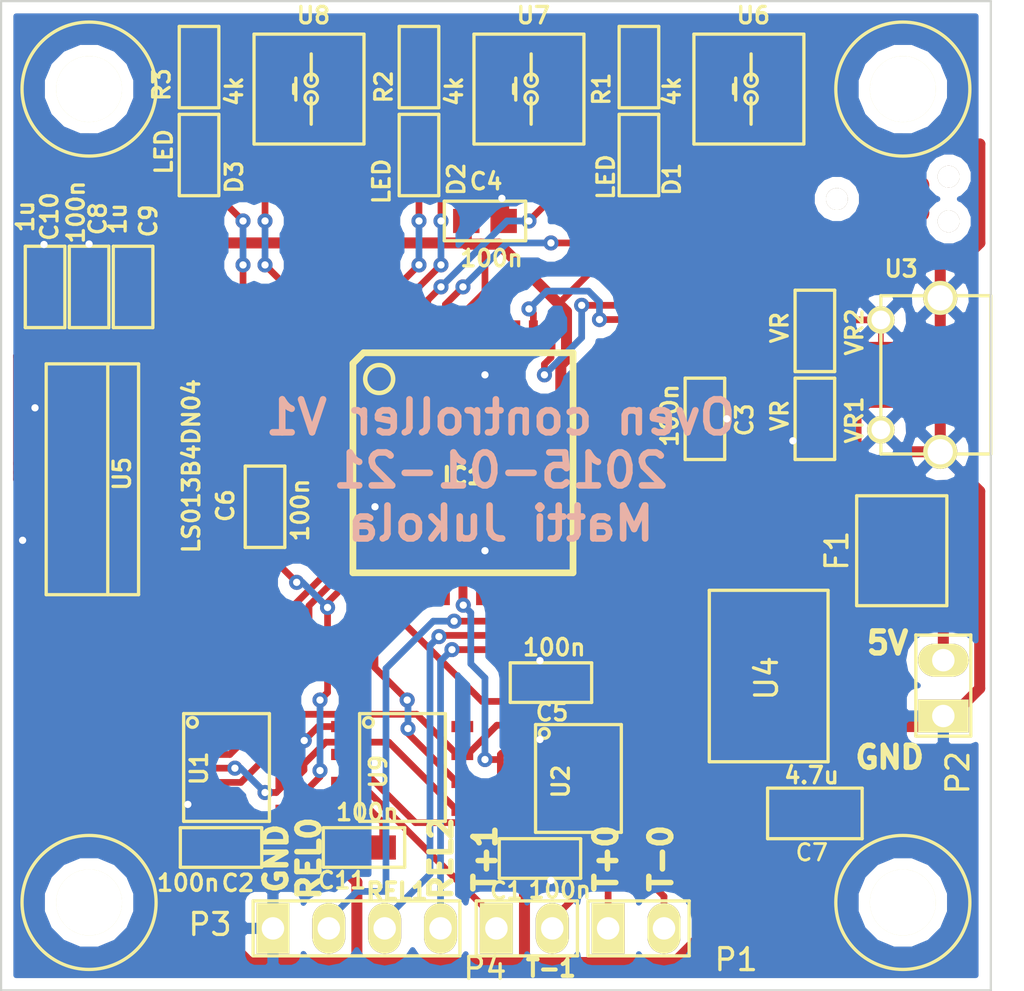
<source format=kicad_pcb>
(kicad_pcb (version 4) (host pcbnew "(2015-01-20 BZR 5383)-product")

  (general
    (links 109)
    (no_connects 0)
    (area 72.451172 62.9226 126.596827 109.9774)
    (thickness 1.6)
    (drawings 15)
    (tracks 506)
    (zones 0)
    (modules 39)
    (nets 32)
  )

  (page A4)
  (layers
    (0 F.Cu signal)
    (31 B.Cu signal)
    (32 B.Adhes user)
    (33 F.Adhes user)
    (34 B.Paste user)
    (35 F.Paste user)
    (36 B.SilkS user)
    (37 F.SilkS user)
    (38 B.Mask user)
    (39 F.Mask user)
    (40 Dwgs.User user)
    (41 Cmts.User user)
    (42 Eco1.User user)
    (43 Eco2.User user)
    (44 Edge.Cuts user)
    (45 Margin user)
    (46 B.CrtYd user)
    (47 F.CrtYd user)
    (48 B.Fab user)
    (49 F.Fab user)
  )

  (setup
    (last_trace_width 0.5)
    (user_trace_width 0.1524)
    (user_trace_width 0.3048)
    (user_trace_width 0.5)
    (trace_clearance 0.1524)
    (zone_clearance 0.508)
    (zone_45_only no)
    (trace_min 0.1524)
    (segment_width 0.2)
    (edge_width 0.1)
    (via_size 0.6858)
    (via_drill 0.3302)
    (via_min_size 0.6858)
    (via_min_drill 0.3302)
    (uvia_size 0.6858)
    (uvia_drill 0.3302)
    (uvias_allowed no)
    (uvia_min_size 0.6858)
    (uvia_min_drill 0.3302)
    (pcb_text_width 0.3)
    (pcb_text_size 1.5 1.5)
    (mod_edge_width 0.15)
    (mod_text_size 1 1)
    (mod_text_width 0.15)
    (pad_size 1.6 1.1)
    (pad_drill 0)
    (pad_to_mask_clearance 0)
    (aux_axis_origin 0 0)
    (visible_elements FFFFFF7F)
    (pcbplotparams
      (layerselection 0x010f0_80000001)
      (usegerberextensions true)
      (excludeedgelayer true)
      (linewidth 0.100000)
      (plotframeref false)
      (viasonmask false)
      (mode 1)
      (useauxorigin false)
      (hpglpennumber 1)
      (hpglpenspeed 20)
      (hpglpendiameter 15)
      (hpglpenoverlay 2)
      (psnegative false)
      (psa4output false)
      (plotreference true)
      (plotvalue true)
      (plotinvisibletext false)
      (padsonsilk false)
      (subtractmaskfromsilk true)
      (outputformat 1)
      (mirror false)
      (drillshape 0)
      (scaleselection 1)
      (outputdirectory gerb/))
  )

  (net 0 "")
  (net 1 /VDD)
  (net 2 GND)
  (net 3 /VBUS)
  (net 4 /D-)
  (net 5 /D+)
  (net 6 /LD0)
  (net 7 "Net-(D1-Pad2)")
  (net 8 /LD1)
  (net 9 "Net-(D2-Pad2)")
  (net 10 /LD2)
  (net 11 "Net-(D3-Pad2)")
  (net 12 "Net-(F1-Pad2)")
  (net 13 /PDI_CLK)
  (net 14 /PDI_DATA)
  (net 15 /SCK)
  (net 16 /MISO)
  (net 17 /MOSI)
  (net 18 /BTN2)
  (net 19 /CSn_FLASH)
  (net 20 /BTN1)
  (net 21 /BTN0)
  (net 22 /CS_DISPLAY)
  (net 23 /RELAY0)
  (net 24 /RELAY1)
  (net 25 /RELAY2)
  (net 26 /nCS_THERMO0)
  (net 27 /T+0)
  (net 28 /T-0)
  (net 29 /nCS_THERMO1)
  (net 30 /T+1)
  (net 31 /T-1)

  (net_class Default "This is the default net class."
    (clearance 0.1524)
    (trace_width 0.1524)
    (via_dia 0.6858)
    (via_drill 0.3302)
    (uvia_dia 0.6858)
    (uvia_drill 0.3302)
    (add_net /BTN0)
    (add_net /BTN1)
    (add_net /BTN2)
    (add_net /CS_DISPLAY)
    (add_net /CSn_FLASH)
    (add_net /D+)
    (add_net /D-)
    (add_net /LD0)
    (add_net /LD1)
    (add_net /LD2)
    (add_net /MISO)
    (add_net /MOSI)
    (add_net /PDI_CLK)
    (add_net /PDI_DATA)
    (add_net /RELAY0)
    (add_net /RELAY1)
    (add_net /RELAY2)
    (add_net /SCK)
    (add_net /T+0)
    (add_net /T+1)
    (add_net /T-0)
    (add_net /T-1)
    (add_net /VBUS)
    (add_net /VDD)
    (add_net /nCS_THERMO0)
    (add_net /nCS_THERMO1)
    (add_net GND)
    (add_net "Net-(D1-Pad2)")
    (add_net "Net-(D2-Pad2)")
    (add_net "Net-(D3-Pad2)")
    (add_net "Net-(F1-Pad2)")
  )

  (module buq2:SM0603 placed (layer F.Cu) (tedit 538CC2C7) (tstamp 54BEB7A6)
    (at 98.5 103)
    (path /54BE9E8A)
    (fp_text reference C1 (at -1.53 1.47) (layer F.SilkS)
      (effects (font (size 0.75 0.75) (thickness 0.15)))
    )
    (fp_text value 100n (at 0.9 1.43) (layer F.SilkS)
      (effects (font (size 0.75 0.75) (thickness 0.15)))
    )
    (fp_line (start -1.85 -0.9) (end 1.85 -0.9) (layer F.SilkS) (width 0.15))
    (fp_line (start 1.85 -0.9) (end 1.85 0.9) (layer F.SilkS) (width 0.15))
    (fp_line (start 1.85 0.9) (end -1.85 0.9) (layer F.SilkS) (width 0.15))
    (fp_line (start -1.85 0.9) (end -1.85 -0.9) (layer F.SilkS) (width 0.15))
    (pad 1 smd rect (at -0.85 0) (size 1.2 1.1) (layers F.Cu F.Paste F.Mask)
      (net 1 /VDD))
    (pad 2 smd rect (at 0.85 0) (size 1.2 1.1) (layers F.Cu F.Paste F.Mask)
      (net 2 GND))
  )

  (module buq2:SM0603 placed (layer F.Cu) (tedit 538CC2C7) (tstamp 54BEB7B0)
    (at 84 102.5 180)
    (path /54BE9A83)
    (fp_text reference C2 (at -0.77 -1.62 180) (layer F.SilkS)
      (effects (font (size 0.75 0.75) (thickness 0.15)))
    )
    (fp_text value 100n (at 1.49 -1.61 180) (layer F.SilkS)
      (effects (font (size 0.75 0.75) (thickness 0.15)))
    )
    (fp_line (start -1.85 -0.9) (end 1.85 -0.9) (layer F.SilkS) (width 0.15))
    (fp_line (start 1.85 -0.9) (end 1.85 0.9) (layer F.SilkS) (width 0.15))
    (fp_line (start 1.85 0.9) (end -1.85 0.9) (layer F.SilkS) (width 0.15))
    (fp_line (start -1.85 0.9) (end -1.85 -0.9) (layer F.SilkS) (width 0.15))
    (pad 1 smd rect (at -0.85 0 180) (size 1.2 1.1) (layers F.Cu F.Paste F.Mask)
      (net 2 GND))
    (pad 2 smd rect (at 0.85 0 180) (size 1.2 1.1) (layers F.Cu F.Paste F.Mask)
      (net 1 /VDD))
  )

  (module buq2:SM0603 placed (layer F.Cu) (tedit 538CC2C7) (tstamp 54BEB7BA)
    (at 106 83 90)
    (path /54BE845D)
    (fp_text reference C3 (at -0.05 1.8 90) (layer F.SilkS)
      (effects (font (size 0.75 0.75) (thickness 0.15)))
    )
    (fp_text value 100n (at 0.15 -1.6 90) (layer F.SilkS)
      (effects (font (size 0.75 0.75) (thickness 0.15)))
    )
    (fp_line (start -1.85 -0.9) (end 1.85 -0.9) (layer F.SilkS) (width 0.15))
    (fp_line (start 1.85 -0.9) (end 1.85 0.9) (layer F.SilkS) (width 0.15))
    (fp_line (start 1.85 0.9) (end -1.85 0.9) (layer F.SilkS) (width 0.15))
    (fp_line (start -1.85 0.9) (end -1.85 -0.9) (layer F.SilkS) (width 0.15))
    (pad 1 smd rect (at -0.85 0 90) (size 1.2 1.1) (layers F.Cu F.Paste F.Mask)
      (net 2 GND))
    (pad 2 smd rect (at 0.85 0 90) (size 1.2 1.1) (layers F.Cu F.Paste F.Mask)
      (net 1 /VDD))
  )

  (module buq2:SM0603 placed (layer F.Cu) (tedit 538CC2C7) (tstamp 54BEB7C4)
    (at 96 74 180)
    (path /54BE84AE)
    (fp_text reference C4 (at -0.05 1.8 180) (layer F.SilkS)
      (effects (font (size 0.75 0.75) (thickness 0.15)))
    )
    (fp_text value 100n (at -0.3 -1.7 180) (layer F.SilkS)
      (effects (font (size 0.75 0.75) (thickness 0.15)))
    )
    (fp_line (start -1.85 -0.9) (end 1.85 -0.9) (layer F.SilkS) (width 0.15))
    (fp_line (start 1.85 -0.9) (end 1.85 0.9) (layer F.SilkS) (width 0.15))
    (fp_line (start 1.85 0.9) (end -1.85 0.9) (layer F.SilkS) (width 0.15))
    (fp_line (start -1.85 0.9) (end -1.85 -0.9) (layer F.SilkS) (width 0.15))
    (pad 1 smd rect (at -0.85 0 180) (size 1.2 1.1) (layers F.Cu F.Paste F.Mask)
      (net 2 GND))
    (pad 2 smd rect (at 0.85 0 180) (size 1.2 1.1) (layers F.Cu F.Paste F.Mask)
      (net 1 /VDD))
  )

  (module buq2:SM0603 placed (layer F.Cu) (tedit 538CC2C7) (tstamp 54BEB7CE)
    (at 99 95)
    (path /54BE84CB)
    (fp_text reference C5 (at 0.05 1.36) (layer F.SilkS)
      (effects (font (size 0.75 0.75) (thickness 0.15)))
    )
    (fp_text value 100n (at 0.15 -1.6) (layer F.SilkS)
      (effects (font (size 0.75 0.75) (thickness 0.15)))
    )
    (fp_line (start -1.85 -0.9) (end 1.85 -0.9) (layer F.SilkS) (width 0.15))
    (fp_line (start 1.85 -0.9) (end 1.85 0.9) (layer F.SilkS) (width 0.15))
    (fp_line (start 1.85 0.9) (end -1.85 0.9) (layer F.SilkS) (width 0.15))
    (fp_line (start -1.85 0.9) (end -1.85 -0.9) (layer F.SilkS) (width 0.15))
    (pad 1 smd rect (at -0.85 0) (size 1.2 1.1) (layers F.Cu F.Paste F.Mask)
      (net 2 GND))
    (pad 2 smd rect (at 0.85 0) (size 1.2 1.1) (layers F.Cu F.Paste F.Mask)
      (net 1 /VDD))
  )

  (module buq2:SM0603 placed (layer F.Cu) (tedit 538CC2C7) (tstamp 54BEB7D8)
    (at 86 87 270)
    (path /54BE84F5)
    (fp_text reference C6 (at -0.05 1.8 270) (layer F.SilkS)
      (effects (font (size 0.75 0.75) (thickness 0.15)))
    )
    (fp_text value 100n (at 0.15 -1.6 270) (layer F.SilkS)
      (effects (font (size 0.75 0.75) (thickness 0.15)))
    )
    (fp_line (start -1.85 -0.9) (end 1.85 -0.9) (layer F.SilkS) (width 0.15))
    (fp_line (start 1.85 -0.9) (end 1.85 0.9) (layer F.SilkS) (width 0.15))
    (fp_line (start 1.85 0.9) (end -1.85 0.9) (layer F.SilkS) (width 0.15))
    (fp_line (start -1.85 0.9) (end -1.85 -0.9) (layer F.SilkS) (width 0.15))
    (pad 1 smd rect (at -0.85 0 270) (size 1.2 1.1) (layers F.Cu F.Paste F.Mask)
      (net 2 GND))
    (pad 2 smd rect (at 0.85 0 270) (size 1.2 1.1) (layers F.Cu F.Paste F.Mask)
      (net 1 /VDD))
  )

  (module buq2:SM0805 placed (layer F.Cu) (tedit 538CC2AD) (tstamp 54BEB7E2)
    (at 111 101)
    (path /54BEBB30)
    (fp_text reference C7 (at -0.14 1.73) (layer F.SilkS)
      (effects (font (size 0.75 0.75) (thickness 0.125)))
    )
    (fp_text value 4.7u (at -0.15 -1.78) (layer F.SilkS)
      (effects (font (size 0.75 0.75) (thickness 0.15)))
    )
    (fp_line (start -2.15 -1.2) (end 2.15 -1.2) (layer F.SilkS) (width 0.15))
    (fp_line (start 2.15 -1.2) (end 2.15 1.1) (layer F.SilkS) (width 0.15))
    (fp_line (start 2.15 1.1) (end -2.15 1.1) (layer F.SilkS) (width 0.15))
    (fp_line (start -2.15 1.1) (end -2.15 -1.2) (layer F.SilkS) (width 0.15))
    (pad 1 smd rect (at -1.05 0) (size 1.4 1.5) (layers F.Cu F.Paste F.Mask)
      (net 1 /VDD))
    (pad 2 smd rect (at 1.05 0) (size 1.4 1.5) (layers F.Cu F.Paste F.Mask)
      (net 2 GND))
  )

  (module buq2:SM0603 placed (layer F.Cu) (tedit 538CC2C7) (tstamp 54BEB7EC)
    (at 78 77 90)
    (path /54BEACE1)
    (fp_text reference C8 (at 3.1 0.4 90) (layer F.SilkS)
      (effects (font (size 0.75 0.75) (thickness 0.15)))
    )
    (fp_text value 100n (at 3.4 -0.6 90) (layer F.SilkS)
      (effects (font (size 0.75 0.75) (thickness 0.15)))
    )
    (fp_line (start -1.85 -0.9) (end 1.85 -0.9) (layer F.SilkS) (width 0.15))
    (fp_line (start 1.85 -0.9) (end 1.85 0.9) (layer F.SilkS) (width 0.15))
    (fp_line (start 1.85 0.9) (end -1.85 0.9) (layer F.SilkS) (width 0.15))
    (fp_line (start -1.85 0.9) (end -1.85 -0.9) (layer F.SilkS) (width 0.15))
    (pad 1 smd rect (at -0.85 0 90) (size 1.2 1.1) (layers F.Cu F.Paste F.Mask)
      (net 1 /VDD))
    (pad 2 smd rect (at 0.85 0 90) (size 1.2 1.1) (layers F.Cu F.Paste F.Mask)
      (net 2 GND))
  )

  (module buq2:SM0603 placed (layer F.Cu) (tedit 538CC2C7) (tstamp 54BEB7F6)
    (at 80 77 90)
    (path /54BEAD22)
    (fp_text reference C9 (at 3 0.7 90) (layer F.SilkS)
      (effects (font (size 0.75 0.75) (thickness 0.15)))
    )
    (fp_text value 1u (at 3.1 -0.7 90) (layer F.SilkS)
      (effects (font (size 0.75 0.75) (thickness 0.15)))
    )
    (fp_line (start -1.85 -0.9) (end 1.85 -0.9) (layer F.SilkS) (width 0.15))
    (fp_line (start 1.85 -0.9) (end 1.85 0.9) (layer F.SilkS) (width 0.15))
    (fp_line (start 1.85 0.9) (end -1.85 0.9) (layer F.SilkS) (width 0.15))
    (fp_line (start -1.85 0.9) (end -1.85 -0.9) (layer F.SilkS) (width 0.15))
    (pad 1 smd rect (at -0.85 0 90) (size 1.2 1.1) (layers F.Cu F.Paste F.Mask)
      (net 1 /VDD))
    (pad 2 smd rect (at 0.85 0 90) (size 1.2 1.1) (layers F.Cu F.Paste F.Mask)
      (net 2 GND))
  )

  (module buq2:SM0603 placed (layer F.Cu) (tedit 538CC2C7) (tstamp 54BEDC14)
    (at 76 77 90)
    (path /54BEAD65)
    (fp_text reference C10 (at 3.2 0.2 90) (layer F.SilkS)
      (effects (font (size 0.75 0.75) (thickness 0.15)))
    )
    (fp_text value 1u (at 3.2 -0.9 90) (layer F.SilkS)
      (effects (font (size 0.75 0.75) (thickness 0.15)))
    )
    (fp_line (start -1.85 -0.9) (end 1.85 -0.9) (layer F.SilkS) (width 0.15))
    (fp_line (start 1.85 -0.9) (end 1.85 0.9) (layer F.SilkS) (width 0.15))
    (fp_line (start 1.85 0.9) (end -1.85 0.9) (layer F.SilkS) (width 0.15))
    (fp_line (start -1.85 0.9) (end -1.85 -0.9) (layer F.SilkS) (width 0.15))
    (pad 1 smd rect (at -0.85 0 90) (size 1.2 1.1) (layers F.Cu F.Paste F.Mask)
      (net 1 /VDD))
    (pad 2 smd rect (at 0.85 0 90) (size 1.2 1.1) (layers F.Cu F.Paste F.Mask)
      (net 2 GND))
  )

  (module buq2:USB-MICRO-B-FCI-10118194 placed (layer F.Cu) (tedit 54BEA864) (tstamp 54BEB817)
    (at 114 81 90)
    (descr http://portal.fciconnect.com/Comergent//fci/drawing/10118194.pdf)
    (tags "FCI, USB, MICRO B")
    (path /54BE94B8)
    (fp_text reference CON1 (at 0.3 7.2 90) (layer F.SilkS) hide
      (effects (font (size 0.75 0.75) (thickness 0.15)))
    )
    (fp_text value BUQ2-USB-MICRO-B (at 0.1 -1.8 90) (layer F.SilkS) hide
      (effects (font (size 0.75 0.75) (thickness 0.15)))
    )
    (fp_text user "This portion lower than PCB" (at 0.25 6 90) (layer Dwgs.User)
      (effects (font (size 0.5 0.5) (thickness 0.125)))
    )
    (fp_line (start 3.6 5) (end 3.6 5.55) (layer Dwgs.User) (width 0.15))
    (fp_line (start 3.6 5.55) (end -3.6 5.55) (layer Dwgs.User) (width 0.15))
    (fp_line (start -3.6 5.55) (end -3.6 5) (layer Dwgs.User) (width 0.15))
    (fp_line (start 3.6 0) (end -3.6 0) (layer F.SilkS) (width 0.15))
    (fp_line (start -3.6 5) (end 3.6 5) (layer F.SilkS) (width 0.15))
    (fp_line (start 3.6 0) (end 3.6 5) (layer F.SilkS) (width 0.15))
    (fp_line (start -3.6 5) (end -3.6 0) (layer F.SilkS) (width 0.15))
    (pad 1 smd rect (at -1.3 0 90) (size 0.4 1.35) (layers F.Cu F.Paste F.Mask)
      (net 3 /VBUS))
    (pad 2 smd rect (at -0.65 0 90) (size 0.4 1.35) (layers F.Cu F.Paste F.Mask)
      (net 4 /D-))
    (pad 3 smd rect (at 0 0 90) (size 0.4 1.35) (layers F.Cu F.Paste F.Mask)
      (net 5 /D+))
    (pad 4 smd rect (at 0.65 0 90) (size 0.4 1.35) (layers F.Cu F.Paste F.Mask))
    (pad 5 smd rect (at 1.3 0 90) (size 0.4 1.35) (layers F.Cu F.Paste F.Mask)
      (net 2 GND))
    (pad 6 thru_hole circle (at 2.5 0 90) (size 1.25 1.25) (drill 0.85) (layers *.Cu *.Mask F.SilkS)
      (net 2 GND))
    (pad 6 thru_hole circle (at -2.5 0 90) (size 1.25 1.25) (drill 0.85) (layers *.Cu *.Mask F.SilkS)
      (net 2 GND))
    (pad 6 thru_hole circle (at 3.5 2.7 90) (size 1.55 1.55) (drill 1.15) (layers *.Cu *.Mask F.SilkS)
      (net 2 GND))
    (pad 6 thru_hole circle (at -3.5 2.7 90) (size 1.55 1.55) (drill 1.15) (layers *.Cu *.Mask F.SilkS)
      (net 2 GND))
    (pad 6 smd rect (at 1 2.7 90) (size 1.5 1.55) (layers F.Cu F.Paste F.Mask)
      (net 2 GND))
    (pad 6 smd rect (at -1 2.7 90) (size 1.5 1.55) (layers F.Cu F.Paste F.Mask)
      (net 2 GND))
  )

  (module buq2:SM0603 placed (layer F.Cu) (tedit 538CC2C7) (tstamp 54BEB821)
    (at 103 71 90)
    (path /54BECE59)
    (fp_text reference D1 (at -1.1 1.5 90) (layer F.SilkS)
      (effects (font (size 0.75 0.75) (thickness 0.15)))
    )
    (fp_text value LED (at -1 -1.5 90) (layer F.SilkS)
      (effects (font (size 0.75 0.75) (thickness 0.15)))
    )
    (fp_line (start -1.85 -0.9) (end 1.85 -0.9) (layer F.SilkS) (width 0.15))
    (fp_line (start 1.85 -0.9) (end 1.85 0.9) (layer F.SilkS) (width 0.15))
    (fp_line (start 1.85 0.9) (end -1.85 0.9) (layer F.SilkS) (width 0.15))
    (fp_line (start -1.85 0.9) (end -1.85 -0.9) (layer F.SilkS) (width 0.15))
    (pad 1 smd rect (at -0.85 0 90) (size 1.2 1.1) (layers F.Cu F.Paste F.Mask)
      (net 6 /LD0))
    (pad 2 smd rect (at 0.85 0 90) (size 1.2 1.1) (layers F.Cu F.Paste F.Mask)
      (net 7 "Net-(D1-Pad2)"))
  )

  (module buq2:SM0603 placed (layer F.Cu) (tedit 538CC2C7) (tstamp 54BEB82B)
    (at 93 71 90)
    (path /54BED2DA)
    (fp_text reference D2 (at -1.1 1.7 90) (layer F.SilkS)
      (effects (font (size 0.75 0.75) (thickness 0.15)))
    )
    (fp_text value LED (at -1.2 -1.7 90) (layer F.SilkS)
      (effects (font (size 0.75 0.75) (thickness 0.15)))
    )
    (fp_line (start -1.85 -0.9) (end 1.85 -0.9) (layer F.SilkS) (width 0.15))
    (fp_line (start 1.85 -0.9) (end 1.85 0.9) (layer F.SilkS) (width 0.15))
    (fp_line (start 1.85 0.9) (end -1.85 0.9) (layer F.SilkS) (width 0.15))
    (fp_line (start -1.85 0.9) (end -1.85 -0.9) (layer F.SilkS) (width 0.15))
    (pad 1 smd rect (at -0.85 0 90) (size 1.2 1.1) (layers F.Cu F.Paste F.Mask)
      (net 8 /LD1))
    (pad 2 smd rect (at 0.85 0 90) (size 1.2 1.1) (layers F.Cu F.Paste F.Mask)
      (net 9 "Net-(D2-Pad2)"))
  )

  (module buq2:SM0603 placed (layer F.Cu) (tedit 538CC2C7) (tstamp 54BEB835)
    (at 83 71 90)
    (path /54BED34B)
    (fp_text reference D3 (at -1 1.6 90) (layer F.SilkS)
      (effects (font (size 0.75 0.75) (thickness 0.15)))
    )
    (fp_text value LED (at 0.15 -1.6 90) (layer F.SilkS)
      (effects (font (size 0.75 0.75) (thickness 0.15)))
    )
    (fp_line (start -1.85 -0.9) (end 1.85 -0.9) (layer F.SilkS) (width 0.15))
    (fp_line (start 1.85 -0.9) (end 1.85 0.9) (layer F.SilkS) (width 0.15))
    (fp_line (start 1.85 0.9) (end -1.85 0.9) (layer F.SilkS) (width 0.15))
    (fp_line (start -1.85 0.9) (end -1.85 -0.9) (layer F.SilkS) (width 0.15))
    (pad 1 smd rect (at -0.85 0 90) (size 1.2 1.1) (layers F.Cu F.Paste F.Mask)
      (net 10 /LD2))
    (pad 2 smd rect (at 0.85 0 90) (size 1.2 1.1) (layers F.Cu F.Paste F.Mask)
      (net 11 "Net-(D3-Pad2)"))
  )

  (module buq2:RESETTABLE_FUSE_BOURNS placed (layer F.Cu) (tedit 54BEA837) (tstamp 54BEB83F)
    (at 115 89 270)
    (path /54BEBD00)
    (fp_text reference F1 (at 0 3 270) (layer F.SilkS)
      (effects (font (size 1 1) (thickness 0.15)))
    )
    (fp_text value FUSE (at 0.2 -2.9 270) (layer F.SilkS) hide
      (effects (font (size 1 1) (thickness 0.15)))
    )
    (fp_line (start -2.5 -2) (end 2.5 -2) (layer F.SilkS) (width 0.15))
    (fp_line (start 2.5 -2) (end 2.5 2.1) (layer F.SilkS) (width 0.15))
    (fp_line (start 2.5 2.1) (end -2.5 2.1) (layer F.SilkS) (width 0.15))
    (fp_line (start -2.5 2.1) (end -2.5 -2) (layer F.SilkS) (width 0.15))
    (pad 1 smd rect (at -1.4 0 270) (size 1.5 3.2) (layers F.Cu F.Paste F.Mask)
      (net 3 /VBUS))
    (pad 2 smd rect (at 1.3 0 270) (size 1.5 3.2) (layers F.Cu F.Paste F.Mask)
      (net 12 "Net-(F1-Pad2)"))
  )

  (module buq2:BUQ2-TQFP44 placed (layer F.Cu) (tedit 54BEA82C) (tstamp 54BEB875)
    (at 95 85)
    (path /54BE8389)
    (attr smd)
    (fp_text reference IC1 (at 0 0.6) (layer F.SilkS)
      (effects (font (size 0.75 0.75) (thickness 0.1875)))
    )
    (fp_text value BUQ2-ATXMEGA128A4U-A (at 0.1 3.7) (layer F.SilkS) hide
      (effects (font (size 0.75 0.75) (thickness 0.1875)))
    )
    (fp_line (start 5.0038 -5.0038) (end 5.0038 5.0038) (layer F.SilkS) (width 0.3048))
    (fp_line (start 5.0038 5.0038) (end -5.0038 5.0038) (layer F.SilkS) (width 0.3048))
    (fp_line (start -5.0038 -4.5212) (end -5.0038 5.0038) (layer F.SilkS) (width 0.3048))
    (fp_line (start -4.5212 -5.0038) (end 5.0038 -5.0038) (layer F.SilkS) (width 0.3048))
    (fp_line (start -5.0038 -4.5212) (end -4.5212 -5.0038) (layer F.SilkS) (width 0.3048))
    (fp_circle (center -3.81 -3.81) (end -3.81 -3.175) (layer F.SilkS) (width 0.2032))
    (pad 39 smd rect (at 0 -5.715) (size 0.4064 1.524) (layers F.Cu F.Paste F.Mask)
      (net 1 /VDD))
    (pad 40 smd rect (at -0.8001 -5.715) (size 0.4064 1.524) (layers F.Cu F.Paste F.Mask)
      (net 21 /BTN0))
    (pad 41 smd rect (at -1.6002 -5.715) (size 0.4064 1.524) (layers F.Cu F.Paste F.Mask)
      (net 6 /LD0))
    (pad 42 smd rect (at -2.4003 -5.715) (size 0.4064 1.524) (layers F.Cu F.Paste F.Mask)
      (net 20 /BTN1))
    (pad 43 smd rect (at -3.2004 -5.715) (size 0.4064 1.524) (layers F.Cu F.Paste F.Mask)
      (net 8 /LD1))
    (pad 44 smd rect (at -4.0005 -5.715) (size 0.4064 1.524) (layers F.Cu F.Paste F.Mask)
      (net 18 /BTN2))
    (pad 38 smd rect (at 0.8001 -5.715) (size 0.4064 1.524) (layers F.Cu F.Paste F.Mask)
      (net 2 GND))
    (pad 37 smd rect (at 1.6002 -5.715) (size 0.4064 1.524) (layers F.Cu F.Paste F.Mask))
    (pad 36 smd rect (at 2.4003 -5.715) (size 0.4064 1.524) (layers F.Cu F.Paste F.Mask))
    (pad 35 smd rect (at 3.2004 -5.715) (size 0.4064 1.524) (layers F.Cu F.Paste F.Mask)
      (net 13 /PDI_CLK))
    (pad 34 smd rect (at 4.0005 -5.715) (size 0.4064 1.524) (layers F.Cu F.Paste F.Mask)
      (net 14 /PDI_DATA))
    (pad 17 smd rect (at 0 5.715) (size 0.4064 1.524) (layers F.Cu F.Paste F.Mask)
      (net 15 /SCK))
    (pad 16 smd rect (at -0.8001 5.715) (size 0.4064 1.524) (layers F.Cu F.Paste F.Mask)
      (net 16 /MISO))
    (pad 15 smd rect (at -1.6002 5.715) (size 0.4064 1.524) (layers F.Cu F.Paste F.Mask)
      (net 17 /MOSI))
    (pad 14 smd rect (at -2.4003 5.715) (size 0.4064 1.524) (layers F.Cu F.Paste F.Mask))
    (pad 13 smd rect (at -3.2004 5.715) (size 0.4064 1.524) (layers F.Cu F.Paste F.Mask)
      (net 26 /nCS_THERMO0))
    (pad 12 smd rect (at -4.0005 5.715) (size 0.4064 1.524) (layers F.Cu F.Paste F.Mask)
      (net 29 /nCS_THERMO1))
    (pad 18 smd rect (at 0.8001 5.715) (size 0.4064 1.524) (layers F.Cu F.Paste F.Mask)
      (net 2 GND))
    (pad 19 smd rect (at 1.6002 5.715) (size 0.4064 1.524) (layers F.Cu F.Paste F.Mask)
      (net 1 /VDD))
    (pad 20 smd rect (at 2.4003 5.715) (size 0.4064 1.524) (layers F.Cu F.Paste F.Mask)
      (net 23 /RELAY0))
    (pad 21 smd rect (at 3.2004 5.715) (size 0.4064 1.524) (layers F.Cu F.Paste F.Mask)
      (net 24 /RELAY1))
    (pad 22 smd rect (at 4.0005 5.715) (size 0.4064 1.524) (layers F.Cu F.Paste F.Mask)
      (net 25 /RELAY2))
    (pad 6 smd rect (at -5.715 0) (size 1.524 0.4064) (layers F.Cu F.Paste F.Mask))
    (pad 28 smd rect (at 5.715 0) (size 1.524 0.4064) (layers F.Cu F.Paste F.Mask))
    (pad 7 smd rect (at -5.715 0.8001) (size 1.524 0.4064) (layers F.Cu F.Paste F.Mask))
    (pad 27 smd rect (at 5.715 0.8001) (size 1.524 0.4064) (layers F.Cu F.Paste F.Mask)
      (net 5 /D+))
    (pad 26 smd rect (at 5.715 1.6002) (size 1.524 0.4064) (layers F.Cu F.Paste F.Mask)
      (net 4 /D-))
    (pad 8 smd rect (at -5.715 1.6002) (size 1.524 0.4064) (layers F.Cu F.Paste F.Mask)
      (net 2 GND))
    (pad 9 smd rect (at -5.715 2.4003) (size 1.524 0.4064) (layers F.Cu F.Paste F.Mask)
      (net 1 /VDD))
    (pad 25 smd rect (at 5.715 2.4003) (size 1.524 0.4064) (layers F.Cu F.Paste F.Mask))
    (pad 24 smd rect (at 5.715 3.2004) (size 1.524 0.4064) (layers F.Cu F.Paste F.Mask))
    (pad 10 smd rect (at -5.715 3.2004) (size 1.524 0.4064) (layers F.Cu F.Paste F.Mask)
      (net 22 /CS_DISPLAY))
    (pad 11 smd rect (at -5.715 4.0005) (size 1.524 0.4064) (layers F.Cu F.Paste F.Mask)
      (net 19 /CSn_FLASH))
    (pad 23 smd rect (at 5.715 4.0005) (size 1.524 0.4064) (layers F.Cu F.Paste F.Mask))
    (pad 29 smd rect (at 5.715 -0.8001) (size 1.524 0.4064) (layers F.Cu F.Paste F.Mask))
    (pad 5 smd rect (at -5.715 -0.8001) (size 1.524 0.4064) (layers F.Cu F.Paste F.Mask))
    (pad 4 smd rect (at -5.715 -1.6002) (size 1.524 0.4064) (layers F.Cu F.Paste F.Mask))
    (pad 30 smd rect (at 5.715 -1.6002) (size 1.524 0.4064) (layers F.Cu F.Paste F.Mask)
      (net 2 GND))
    (pad 31 smd rect (at 5.715 -2.4003) (size 1.524 0.4064) (layers F.Cu F.Paste F.Mask)
      (net 1 /VDD))
    (pad 3 smd rect (at -5.715 -2.4003) (size 1.524 0.4064) (layers F.Cu F.Paste F.Mask))
    (pad 2 smd rect (at -5.715 -3.2004) (size 1.524 0.4064) (layers F.Cu F.Paste F.Mask))
    (pad 32 smd rect (at 5.715 -3.2004) (size 1.524 0.4064) (layers F.Cu F.Paste F.Mask))
    (pad 33 smd rect (at 5.715 -4.0005) (size 1.524 0.4064) (layers F.Cu F.Paste F.Mask))
    (pad 1 smd rect (at -5.715 -4.0005) (size 1.524 0.4064) (layers F.Cu F.Paste F.Mask)
      (net 10 /LD2))
  )

  (module buq2:PIN_HEADER_2 placed (layer F.Cu) (tedit 54BEA7D9) (tstamp 54BEB87F)
    (at 101.6 106.18)
    (path /54BEA1D6)
    (fp_text reference P1 (at 5.82 1.42) (layer F.SilkS)
      (effects (font (size 1 1) (thickness 0.15)))
    )
    (fp_text value CONN_THERMO0 (at 4.22 -2.08) (layer F.SilkS) hide
      (effects (font (size 0.75 0.75) (thickness 0.15)))
    )
    (fp_line (start -0.9165 -1.25) (end -0.9165 1.25) (layer F.SilkS) (width 0.15))
    (fp_line (start -0.9065 1.25) (end 3.6935 1.25) (layer F.SilkS) (width 0.15))
    (fp_line (start 3.6835 1.25) (end 3.6835 -1.25) (layer F.SilkS) (width 0.15))
    (fp_line (start 3.6935 -1.25) (end -0.9065 -1.25) (layer F.SilkS) (width 0.15))
    (pad 1 thru_hole rect (at 0 0) (size 1.5 2.3) (drill 1.02) (layers *.Cu *.Mask F.SilkS)
      (net 27 /T+0))
    (pad 2 thru_hole oval (at 2.54 0) (size 1.5 2.3) (drill 1.02) (layers *.Cu *.Mask F.SilkS)
      (net 28 /T-0))
  )

  (module buq2:PIN_HEADER_2 placed (layer F.Cu) (tedit 54BEA83A) (tstamp 54BEB889)
    (at 116.84 96.52 90)
    (path /54BEB6B2)
    (fp_text reference P2 (at -2.58 0.66 90) (layer F.SilkS)
      (effects (font (size 1 1) (thickness 0.15)))
    )
    (fp_text value CONN_POWER (at 1.6835 -2.2 90) (layer F.SilkS) hide
      (effects (font (size 1 1) (thickness 0.15)))
    )
    (fp_line (start -0.9165 -1.25) (end -0.9165 1.25) (layer F.SilkS) (width 0.15))
    (fp_line (start -0.9065 1.25) (end 3.6935 1.25) (layer F.SilkS) (width 0.15))
    (fp_line (start 3.6835 1.25) (end 3.6835 -1.25) (layer F.SilkS) (width 0.15))
    (fp_line (start 3.6935 -1.25) (end -0.9065 -1.25) (layer F.SilkS) (width 0.15))
    (pad 1 thru_hole rect (at 0 0 90) (size 1.5 2.3) (drill 1.02) (layers *.Cu *.Mask F.SilkS)
      (net 2 GND))
    (pad 2 thru_hole oval (at 2.54 0 90) (size 1.5 2.3) (drill 1.02) (layers *.Cu *.Mask F.SilkS)
      (net 3 /VBUS))
  )

  (module buq2:SM0603 placed (layer F.Cu) (tedit 538CC2C7) (tstamp 54BEB893)
    (at 103 67 270)
    (path /54BECF0E)
    (fp_text reference R1 (at 1 1.7 270) (layer F.SilkS)
      (effects (font (size 0.75 0.75) (thickness 0.15)))
    )
    (fp_text value 4k (at 1.1 -1.5 270) (layer F.SilkS)
      (effects (font (size 0.75 0.75) (thickness 0.15)))
    )
    (fp_line (start -1.85 -0.9) (end 1.85 -0.9) (layer F.SilkS) (width 0.15))
    (fp_line (start 1.85 -0.9) (end 1.85 0.9) (layer F.SilkS) (width 0.15))
    (fp_line (start 1.85 0.9) (end -1.85 0.9) (layer F.SilkS) (width 0.15))
    (fp_line (start -1.85 0.9) (end -1.85 -0.9) (layer F.SilkS) (width 0.15))
    (pad 1 smd rect (at -0.85 0 270) (size 1.2 1.1) (layers F.Cu F.Paste F.Mask)
      (net 2 GND))
    (pad 2 smd rect (at 0.85 0 270) (size 1.2 1.1) (layers F.Cu F.Paste F.Mask)
      (net 7 "Net-(D1-Pad2)"))
  )

  (module buq2:SM0603 placed (layer F.Cu) (tedit 538CC2C7) (tstamp 54BEB89D)
    (at 93 67 270)
    (path /54BED2E0)
    (fp_text reference R2 (at 0.9 1.6 270) (layer F.SilkS)
      (effects (font (size 0.75 0.75) (thickness 0.15)))
    )
    (fp_text value 4k (at 1.1 -1.6 270) (layer F.SilkS)
      (effects (font (size 0.75 0.75) (thickness 0.15)))
    )
    (fp_line (start -1.85 -0.9) (end 1.85 -0.9) (layer F.SilkS) (width 0.15))
    (fp_line (start 1.85 -0.9) (end 1.85 0.9) (layer F.SilkS) (width 0.15))
    (fp_line (start 1.85 0.9) (end -1.85 0.9) (layer F.SilkS) (width 0.15))
    (fp_line (start -1.85 0.9) (end -1.85 -0.9) (layer F.SilkS) (width 0.15))
    (pad 1 smd rect (at -0.85 0 270) (size 1.2 1.1) (layers F.Cu F.Paste F.Mask)
      (net 2 GND))
    (pad 2 smd rect (at 0.85 0 270) (size 1.2 1.1) (layers F.Cu F.Paste F.Mask)
      (net 9 "Net-(D2-Pad2)"))
  )

  (module buq2:SM0603 placed (layer F.Cu) (tedit 538CC2C7) (tstamp 54BECFEB)
    (at 83 67 270)
    (path /54BED351)
    (fp_text reference R3 (at 0.8 1.7 270) (layer F.SilkS)
      (effects (font (size 0.75 0.75) (thickness 0.15)))
    )
    (fp_text value 4k (at 1.1 -1.6 270) (layer F.SilkS)
      (effects (font (size 0.75 0.75) (thickness 0.15)))
    )
    (fp_line (start -1.85 -0.9) (end 1.85 -0.9) (layer F.SilkS) (width 0.15))
    (fp_line (start 1.85 -0.9) (end 1.85 0.9) (layer F.SilkS) (width 0.15))
    (fp_line (start 1.85 0.9) (end -1.85 0.9) (layer F.SilkS) (width 0.15))
    (fp_line (start -1.85 0.9) (end -1.85 -0.9) (layer F.SilkS) (width 0.15))
    (pad 1 smd rect (at -0.85 0 270) (size 1.2 1.1) (layers F.Cu F.Paste F.Mask)
      (net 2 GND))
    (pad 2 smd rect (at 0.85 0 270) (size 1.2 1.1) (layers F.Cu F.Paste F.Mask)
      (net 11 "Net-(D3-Pad2)"))
  )

  (module buq2:8-SOIC placed (layer F.Cu) (tedit 54BF3664) (tstamp 54BF3606)
    (at 81.5 97 270)
    (path /54BE9965)
    (fp_text reference U1 (at 1.9 -1.5 270) (layer F.SilkS)
      (effects (font (size 0.75 0.75) (thickness 0.15)))
    )
    (fp_text value FLASH_MEMORY (at 3.3 -4.15 270) (layer F.SilkS) hide
      (effects (font (size 0.75 0.75) (thickness 0.15)))
    )
    (fp_circle (center -0.19 -1.2) (end -0.09 -1) (layer F.SilkS) (width 0.15))
    (fp_line (start -0.59 -4.7) (end 4.31 -4.7) (layer F.SilkS) (width 0.15))
    (fp_line (start 4.31 -4.7) (end 4.31 -0.8) (layer F.SilkS) (width 0.15))
    (fp_line (start 4.31 -0.8) (end -0.59 -0.8) (layer F.SilkS) (width 0.15))
    (fp_line (start -0.59 -0.8) (end -0.59 -4.7) (layer F.SilkS) (width 0.15))
    (pad 1 smd rect (at 0 0 270) (size 0.51 0.99) (layers F.Cu F.Paste F.Mask)
      (net 19 /CSn_FLASH))
    (pad 2 smd rect (at 1.27 0 270) (size 0.51 0.99) (layers F.Cu F.Paste F.Mask)
      (net 16 /MISO))
    (pad 3 smd rect (at 2.54 0 270) (size 0.51 0.99) (layers F.Cu F.Paste F.Mask)
      (net 1 /VDD))
    (pad 4 smd rect (at 3.81 0 270) (size 0.51 0.99) (layers F.Cu F.Paste F.Mask)
      (net 2 GND))
    (pad 5 smd rect (at 3.81 -5.47 270) (size 0.51 0.99) (layers F.Cu F.Paste F.Mask)
      (net 17 /MOSI))
    (pad 6 smd rect (at 2.54 -5.47 270) (size 0.51 0.99) (layers F.Cu F.Paste F.Mask)
      (net 15 /SCK))
    (pad 7 smd rect (at 1.27 -5.47 270) (size 0.51 0.99) (layers F.Cu F.Paste F.Mask)
      (net 1 /VDD))
    (pad 8 smd rect (at 0 -5.47 270) (size 0.51 0.99) (layers F.Cu F.Paste F.Mask)
      (net 1 /VDD))
  )

  (module buq2:8-SOIC placed (layer F.Cu) (tedit 54BFF468) (tstamp 54BF3629)
    (at 97.5 97.5 270)
    (path /54BE90F4)
    (fp_text reference U2 (at 2 -1.95 270) (layer F.SilkS)
      (effects (font (size 0.75 0.75) (thickness 0.15)))
    )
    (fp_text value MAX6675ISA+ (at 1.8 -3.6 270) (layer F.SilkS) hide
      (effects (font (size 0.75 0.75) (thickness 0.15)))
    )
    (fp_circle (center -0.19 -1.2) (end -0.09 -1) (layer F.SilkS) (width 0.15))
    (fp_line (start -0.59 -4.7) (end 4.31 -4.7) (layer F.SilkS) (width 0.15))
    (fp_line (start 4.31 -4.7) (end 4.31 -0.8) (layer F.SilkS) (width 0.15))
    (fp_line (start 4.31 -0.8) (end -0.59 -0.8) (layer F.SilkS) (width 0.15))
    (fp_line (start -0.59 -0.8) (end -0.59 -4.7) (layer F.SilkS) (width 0.15))
    (pad 1 smd rect (at 0 0 270) (size 0.51 0.99) (layers F.Cu F.Paste F.Mask)
      (net 2 GND))
    (pad 2 smd rect (at 1.27 0 270) (size 0.51 0.99) (layers F.Cu F.Paste F.Mask)
      (net 28 /T-0))
    (pad 3 smd rect (at 2.54 0 270) (size 0.51 0.99) (layers F.Cu F.Paste F.Mask)
      (net 27 /T+0))
    (pad 4 smd rect (at 3.81 0 270) (size 0.51 0.99) (layers F.Cu F.Paste F.Mask)
      (net 1 /VDD))
    (pad 5 smd rect (at 3.81 -5.47 270) (size 0.51 0.99) (layers F.Cu F.Paste F.Mask)
      (net 15 /SCK))
    (pad 6 smd rect (at 2.54 -5.47 270) (size 0.51 0.99) (layers F.Cu F.Paste F.Mask)
      (net 26 /nCS_THERMO0))
    (pad 7 smd rect (at 1.27 -5.47 270) (size 0.51 0.99) (layers F.Cu F.Paste F.Mask)
      (net 16 /MISO))
    (pad 8 smd rect (at 0 -5.47 270) (size 0.51 0.99) (layers F.Cu F.Paste F.Mask))
  )

  (module buq2:TAG-CONNECT6 placed (layer F.Cu) (tedit 54BEA869) (tstamp 54BEB8D6)
    (at 112 73)
    (path /54BE86A1)
    (fp_text reference U3 (at 2.921 3.175) (layer F.SilkS)
      (effects (font (size 0.75 0.75) (thickness 0.15)))
    )
    (fp_text value TAG-CONNECT-ATMEL-PDI-CONNECTOR (at 3.048 -3.175) (layer F.SilkS) hide
      (effects (font (size 0.75 0.75) (thickness 0.15)))
    )
    (pad "" thru_hole circle (at 0 0) (size 0.991 0.991) (drill 0.991) (layers *.Cu *.Mask F.SilkS))
    (pad "" thru_hole circle (at 5.08 -1.016) (size 0.991 0.991) (drill 0.991) (layers *.Cu *.Mask F.SilkS))
    (pad "" thru_hole circle (at 5.08 1.016) (size 0.991 0.991) (drill 0.991) (layers *.Cu *.Mask F.SilkS))
    (pad 2 smd circle (at 1.27 -0.635) (size 0.7874 0.7874) (layers F.Cu F.Mask)
      (net 1 /VDD))
    (pad 1 smd circle (at 1.27 0.635) (size 0.7874 0.7874) (layers F.Cu F.Mask)
      (net 14 /PDI_DATA))
    (pad 3 smd circle (at 2.54 0.635) (size 0.7874 0.7874) (layers F.Cu F.Mask))
    (pad 5 smd circle (at 3.81 0.635) (size 0.7874 0.7874) (layers F.Cu F.Mask)
      (net 13 /PDI_CLK))
    (pad 4 smd circle (at 2.54 -0.635) (size 0.7874 0.7874) (layers F.Cu F.Mask))
    (pad 6 smd circle (at 3.81 -0.635) (size 0.7874 0.7874) (layers F.Cu F.Mask)
      (net 2 GND))
  )

  (module buq2:SOT-223 placed (layer F.Cu) (tedit 54BEA8AF) (tstamp 54BEB8E2)
    (at 112 97 90)
    (path /54BEB9AE)
    (fp_text reference U4 (at 2.2 -3.2 90) (layer F.SilkS)
      (effects (font (size 1 1) (thickness 0.15)))
    )
    (fp_text value LD1117-SOT-223 (at 2.6 -8.5 90) (layer F.SilkS) hide
      (effects (font (size 1 1) (thickness 0.15)))
    )
    (fp_line (start -1.6 -5.8) (end -1.6 -0.4) (layer F.SilkS) (width 0.15))
    (fp_line (start -1.6 -0.4) (end 6.2 -0.4) (layer F.SilkS) (width 0.15))
    (fp_line (start 6.2 -0.4) (end 6.2 -5.8) (layer F.SilkS) (width 0.15))
    (fp_line (start 6.2 -5.8) (end -1.6 -5.8) (layer F.SilkS) (width 0.15))
    (pad 1 smd rect (at 0 0 90) (size 1.2 2.2) (layers F.Cu F.Paste F.Mask)
      (net 2 GND))
    (pad 2 smd rect (at 2.3 0 90) (size 1.2 2.2) (layers F.Cu F.Paste F.Mask)
      (net 1 /VDD))
    (pad 3 smd rect (at 4.5 0 90) (size 1.2 2.2) (layers F.Cu F.Paste F.Mask)
      (net 12 "Net-(F1-Pad2)"))
    (pad 2 smd rect (at 2.3 -6.2 90) (size 3.5 2.2) (layers F.Cu F.Paste F.Mask)
      (net 1 /VDD))
  )

  (module buq2:FPC-CONN-10-FCI-TOP-CONTACTS placed (layer F.Cu) (tedit 5461AD90) (tstamp 54BEB904)
    (at 76 88 90)
    (descr http://portal.fciconnect.com/Comergent//fci/drawing/10112793.pdf)
    (path /54BEA902)
    (fp_text reference U5 (at 2.5 3.5 90) (layer F.SilkS)
      (effects (font (size 0.75 0.75) (thickness 0.15)))
    )
    (fp_text value LS013B4DN04 (at 2.85 6.65 90) (layer F.SilkS)
      (effects (font (size 0.75 0.75) (thickness 0.15)))
    )
    (fp_text user "Check pin order!" (at 0.1 13 90) (layer Dwgs.User) hide
      (effects (font (size 1 1) (thickness 0.15)))
    )
    (fp_text user "Slider takes room" (at 2.3 5.05 90) (layer Dwgs.User)
      (effects (font (size 0.7 0.7) (thickness 0.15)))
    )
    (fp_line (start -3 4.25) (end -3 5.75) (layer Dwgs.User) (width 0.15))
    (fp_line (start -3 5.75) (end 7.5 5.75) (layer Dwgs.User) (width 0.15))
    (fp_line (start 7.5 5.75) (end 7.5 4.25) (layer Dwgs.User) (width 0.15))
    (fp_text user "Cable stops here" (at 2.2 1.9 90) (layer Dwgs.User)
      (effects (font (size 0.4 0.4) (thickness 0.1)))
    )
    (fp_line (start 7.5 1.55) (end -3 1.55) (layer Dwgs.User) (width 0.15))
    (fp_text user "/\\ Cable goes here /\\" (at 2.25 8.05 90) (layer Dwgs.User)
      (effects (font (size 0.6 0.6) (thickness 0.15)))
    )
    (fp_line (start 7.5 2.85) (end -3 2.85) (layer F.SilkS) (width 0.15))
    (fp_line (start -3 4.25) (end 7.5 4.25) (layer F.SilkS) (width 0.15))
    (fp_line (start 7.5 0.05) (end 7.5 4.25) (layer F.SilkS) (width 0.15))
    (fp_line (start -3 0.05) (end 7.5 0.05) (layer F.SilkS) (width 0.15))
    (fp_line (start -3 0.05) (end -3 4.25) (layer F.SilkS) (width 0.15))
    (fp_text user "Digikey: SFV10R-2STE1HLF 609-4306-1-ND" (at 0.1 9.95 90) (layer Dwgs.User) hide
      (effects (font (size 1 1) (thickness 0.15)))
    )
    (pad 1 smd rect (at 0 0 90) (size 0.3 1.4) (layers F.Cu F.Paste F.Mask)
      (net 15 /SCK))
    (pad 2 smd rect (at 0.5 0 90) (size 0.3 1.4) (layers F.Cu F.Paste F.Mask)
      (net 17 /MOSI))
    (pad 3 smd rect (at 1 0 90) (size 0.3 1.4) (layers F.Cu F.Paste F.Mask)
      (net 22 /CS_DISPLAY))
    (pad 4 smd rect (at 1.5 0 90) (size 0.3 1.4) (layers F.Cu F.Paste F.Mask)
      (net 2 GND))
    (pad 5 smd rect (at 2 0 90) (size 0.3 1.4) (layers F.Cu F.Paste F.Mask)
      (net 1 /VDD))
    (pad 6 smd rect (at 2.5 0 90) (size 0.3 1.4) (layers F.Cu F.Paste F.Mask)
      (net 1 /VDD))
    (pad 7 smd rect (at 3 0 90) (size 0.3 1.4) (layers F.Cu F.Paste F.Mask)
      (net 1 /VDD))
    (pad 8 smd rect (at 3.5 0 90) (size 0.3 1.4) (layers F.Cu F.Paste F.Mask)
      (net 2 GND))
    (pad 9 smd rect (at 4 0 90) (size 0.3 1.4) (layers F.Cu F.Paste F.Mask)
      (net 2 GND))
    (pad 10 smd rect (at 4.5 0 90) (size 0.3 1.4) (layers F.Cu F.Paste F.Mask)
      (net 2 GND))
    (pad ~ smd rect (at -1.5 1 90) (size 1.95 1.6) (layers F.Cu F.Paste F.Mask))
    (pad ~ smd rect (at -1.15 2.1 90) (size 1.25 0.8) (layers F.Cu F.Paste F.Mask))
    (pad ~ smd rect (at -2.8 1.25 90) (size 0.7 1.1) (layers F.Cu F.Paste F.Mask))
    (pad ~ smd rect (at 5.6 2.1 90) (size 1.25 0.8) (layers F.Cu F.Paste F.Mask))
    (pad ~ smd rect (at 5.95 1 90) (size 1.95 1.6) (layers F.Cu F.Paste F.Mask))
    (pad ~ smd rect (at 7.25 1.25 90) (size 0.7 1.1) (layers F.Cu F.Paste F.Mask))
  )

  (module buq2:PUSHBUTTON_4x4_5x5_ROTATED_4_PIN placed (layer F.Cu) (tedit 54BEA86D) (tstamp 54BEB916)
    (at 108 68)
    (tags "Chinese, EBay, Fits both button models")
    (path /54BF1AB8)
    (fp_text reference U6 (at 0.2 -3.35) (layer F.SilkS)
      (effects (font (size 0.75 0.75) (thickness 0.15)))
    )
    (fp_text value SW_PUSH_4_PIN (at 0.6 3.25) (layer F.SilkS) hide
      (effects (font (size 0.75 0.75) (thickness 0.15)))
    )
    (fp_line (start -2.5 -2.5) (end -2.5 2.5) (layer F.SilkS) (width 0.15))
    (fp_line (start 2.5 2.5) (end 2.5 -2.5) (layer F.SilkS) (width 0.15))
    (fp_line (start -2.5 2.5) (end 2.5 2.5) (layer F.SilkS) (width 0.15))
    (fp_line (start 2.5 -2.5) (end -2.5 -2.5) (layer F.SilkS) (width 0.15))
    (fp_circle (center 0.1 0.4) (end 0.3 0.2) (layer F.SilkS) (width 0.15))
    (fp_circle (center 0.1 -0.4) (end 0.3 -0.6) (layer F.SilkS) (width 0.15))
    (fp_line (start -0.7 0.2) (end -0.7 -0.2) (layer F.SilkS) (width 0.15))
    (fp_line (start -0.6 0.5) (end -0.6 -0.5) (layer F.SilkS) (width 0.15))
    (fp_line (start 0.1 -0.4) (end 0.1 -1.6) (layer F.SilkS) (width 0.15))
    (fp_line (start 0.1 1.6) (end 0.1 0.4) (layer F.SilkS) (width 0.15))
    (pad 2 smd rect (at 2.8 1.75) (size 1.8 1.6) (layers F.Cu F.Paste F.Mask)
      (net 21 /BTN0))
    (pad 3 smd rect (at 2.8 -1.75) (size 1.8 1.6) (layers F.Cu F.Paste F.Mask)
      (net 2 GND))
    (pad 1 smd rect (at -2.8 1.75) (size 1.8 1.6) (layers F.Cu F.Paste F.Mask)
      (net 21 /BTN0))
    (pad 4 smd rect (at -2.8 -1.75) (size 1.8 1.6) (layers F.Cu F.Paste F.Mask)
      (net 2 GND))
  )

  (module buq2:PUSHBUTTON_4x4_5x5_ROTATED_4_PIN placed (layer F.Cu) (tedit 54BEA86F) (tstamp 54BEB928)
    (at 98 68)
    (tags "Chinese, EBay, Fits both button models")
    (path /54BF23C7)
    (fp_text reference U7 (at 0.2 -3.35) (layer F.SilkS)
      (effects (font (size 0.75 0.75) (thickness 0.15)))
    )
    (fp_text value SW_PUSH_4_PIN (at 0.6 3.25) (layer F.SilkS) hide
      (effects (font (size 0.75 0.75) (thickness 0.15)))
    )
    (fp_line (start -2.5 -2.5) (end -2.5 2.5) (layer F.SilkS) (width 0.15))
    (fp_line (start 2.5 2.5) (end 2.5 -2.5) (layer F.SilkS) (width 0.15))
    (fp_line (start -2.5 2.5) (end 2.5 2.5) (layer F.SilkS) (width 0.15))
    (fp_line (start 2.5 -2.5) (end -2.5 -2.5) (layer F.SilkS) (width 0.15))
    (fp_circle (center 0.1 0.4) (end 0.3 0.2) (layer F.SilkS) (width 0.15))
    (fp_circle (center 0.1 -0.4) (end 0.3 -0.6) (layer F.SilkS) (width 0.15))
    (fp_line (start -0.7 0.2) (end -0.7 -0.2) (layer F.SilkS) (width 0.15))
    (fp_line (start -0.6 0.5) (end -0.6 -0.5) (layer F.SilkS) (width 0.15))
    (fp_line (start 0.1 -0.4) (end 0.1 -1.6) (layer F.SilkS) (width 0.15))
    (fp_line (start 0.1 1.6) (end 0.1 0.4) (layer F.SilkS) (width 0.15))
    (pad 2 smd rect (at 2.8 1.75) (size 1.8 1.6) (layers F.Cu F.Paste F.Mask)
      (net 20 /BTN1))
    (pad 3 smd rect (at 2.8 -1.75) (size 1.8 1.6) (layers F.Cu F.Paste F.Mask)
      (net 2 GND))
    (pad 1 smd rect (at -2.8 1.75) (size 1.8 1.6) (layers F.Cu F.Paste F.Mask)
      (net 20 /BTN1))
    (pad 4 smd rect (at -2.8 -1.75) (size 1.8 1.6) (layers F.Cu F.Paste F.Mask)
      (net 2 GND))
  )

  (module buq2:PUSHBUTTON_4x4_5x5_ROTATED_4_PIN placed (layer F.Cu) (tedit 54BEA872) (tstamp 54BEB93A)
    (at 88 68)
    (tags "Chinese, EBay, Fits both button models")
    (path /54BF243E)
    (fp_text reference U8 (at 0.2 -3.35) (layer F.SilkS)
      (effects (font (size 0.75 0.75) (thickness 0.15)))
    )
    (fp_text value SW_PUSH_4_PIN (at 0.6 3.25) (layer F.SilkS) hide
      (effects (font (size 0.75 0.75) (thickness 0.15)))
    )
    (fp_line (start -2.5 -2.5) (end -2.5 2.5) (layer F.SilkS) (width 0.15))
    (fp_line (start 2.5 2.5) (end 2.5 -2.5) (layer F.SilkS) (width 0.15))
    (fp_line (start -2.5 2.5) (end 2.5 2.5) (layer F.SilkS) (width 0.15))
    (fp_line (start 2.5 -2.5) (end -2.5 -2.5) (layer F.SilkS) (width 0.15))
    (fp_circle (center 0.1 0.4) (end 0.3 0.2) (layer F.SilkS) (width 0.15))
    (fp_circle (center 0.1 -0.4) (end 0.3 -0.6) (layer F.SilkS) (width 0.15))
    (fp_line (start -0.7 0.2) (end -0.7 -0.2) (layer F.SilkS) (width 0.15))
    (fp_line (start -0.6 0.5) (end -0.6 -0.5) (layer F.SilkS) (width 0.15))
    (fp_line (start 0.1 -0.4) (end 0.1 -1.6) (layer F.SilkS) (width 0.15))
    (fp_line (start 0.1 1.6) (end 0.1 0.4) (layer F.SilkS) (width 0.15))
    (pad 2 smd rect (at 2.8 1.75) (size 1.8 1.6) (layers F.Cu F.Paste F.Mask)
      (net 18 /BTN2))
    (pad 3 smd rect (at 2.8 -1.75) (size 1.8 1.6) (layers F.Cu F.Paste F.Mask)
      (net 2 GND))
    (pad 1 smd rect (at -2.8 1.75) (size 1.8 1.6) (layers F.Cu F.Paste F.Mask)
      (net 18 /BTN2))
    (pad 4 smd rect (at -2.8 -1.75) (size 1.8 1.6) (layers F.Cu F.Paste F.Mask)
      (net 2 GND))
  )

  (module buq2:SM0603 placed (layer F.Cu) (tedit 538CC2C7) (tstamp 54BEB944)
    (at 111 83 90)
    (path /54BE9510)
    (fp_text reference VR1 (at -0.05 1.8 90) (layer F.SilkS)
      (effects (font (size 0.75 0.75) (thickness 0.15)))
    )
    (fp_text value VR (at 0.15 -1.6 90) (layer F.SilkS)
      (effects (font (size 0.75 0.75) (thickness 0.15)))
    )
    (fp_line (start -1.85 -0.9) (end 1.85 -0.9) (layer F.SilkS) (width 0.15))
    (fp_line (start 1.85 -0.9) (end 1.85 0.9) (layer F.SilkS) (width 0.15))
    (fp_line (start 1.85 0.9) (end -1.85 0.9) (layer F.SilkS) (width 0.15))
    (fp_line (start -1.85 0.9) (end -1.85 -0.9) (layer F.SilkS) (width 0.15))
    (pad 1 smd rect (at -0.85 0 90) (size 1.2 1.1) (layers F.Cu F.Paste F.Mask)
      (net 2 GND))
    (pad 2 smd rect (at 0.85 0 90) (size 1.2 1.1) (layers F.Cu F.Paste F.Mask)
      (net 4 /D-))
  )

  (module buq2:SM0603 placed (layer F.Cu) (tedit 538CC2C7) (tstamp 54BEB94E)
    (at 111 79 90)
    (path /54BE9560)
    (fp_text reference VR2 (at -0.05 1.8 90) (layer F.SilkS)
      (effects (font (size 0.75 0.75) (thickness 0.15)))
    )
    (fp_text value VR (at 0.15 -1.6 90) (layer F.SilkS)
      (effects (font (size 0.75 0.75) (thickness 0.15)))
    )
    (fp_line (start -1.85 -0.9) (end 1.85 -0.9) (layer F.SilkS) (width 0.15))
    (fp_line (start 1.85 -0.9) (end 1.85 0.9) (layer F.SilkS) (width 0.15))
    (fp_line (start 1.85 0.9) (end -1.85 0.9) (layer F.SilkS) (width 0.15))
    (fp_line (start -1.85 0.9) (end -1.85 -0.9) (layer F.SilkS) (width 0.15))
    (pad 1 smd rect (at -0.85 0 90) (size 1.2 1.1) (layers F.Cu F.Paste F.Mask)
      (net 5 /D+))
    (pad 2 smd rect (at 0.85 0 90) (size 1.2 1.1) (layers F.Cu F.Paste F.Mask)
      (net 2 GND))
  )

  (module buq2:PIN_HEADER_4 (layer F.Cu) (tedit 54BF3411) (tstamp 54BEE94D)
    (at 86.36 106.18)
    (path /54BFB3CC)
    (fp_text reference P3 (at -2.86 -0.18) (layer F.SilkS)
      (effects (font (size 1 1) (thickness 0.15)))
    )
    (fp_text value CONN_4 (at 4.1 -2.2) (layer F.SilkS) hide
      (effects (font (size 1 1) (thickness 0.15)))
    )
    (fp_line (start -0.9 -1.25) (end -0.9 1.25) (layer F.SilkS) (width 0.15))
    (fp_line (start -0.9 1.25) (end 8.5 1.25) (layer F.SilkS) (width 0.15))
    (fp_line (start 8.5 1.25) (end 8.5 -1.25) (layer F.SilkS) (width 0.15))
    (fp_line (start 8.5 -1.25) (end -0.9 -1.25) (layer F.SilkS) (width 0.15))
    (pad 1 thru_hole rect (at 0 0) (size 1.5 2.3) (drill 1.02) (layers *.Cu *.Mask F.SilkS)
      (net 2 GND))
    (pad 2 thru_hole oval (at 2.54 0) (size 1.5 2.3) (drill 1.02) (layers *.Cu *.Mask F.SilkS)
      (net 23 /RELAY0))
    (pad 3 thru_hole oval (at 5.08 0) (size 1.5 2.3) (drill 1.02) (layers *.Cu *.Mask F.SilkS)
      (net 24 /RELAY1))
    (pad 4 thru_hole oval (at 7.62 0) (size 1.5 2.3) (drill 1.02) (layers *.Cu *.Mask F.SilkS)
      (net 25 /RELAY2))
  )

  (module buq2:PIN_HEADER_2 (layer F.Cu) (tedit 54BF3654) (tstamp 54BF3581)
    (at 96.52 106.18)
    (path /54BF48F3)
    (fp_text reference P4 (at -0.52 1.82) (layer F.SilkS)
      (effects (font (size 1 1) (thickness 0.15)))
    )
    (fp_text value CONN_THERMO1 (at 1.6835 -2.2) (layer F.SilkS) hide
      (effects (font (size 1 1) (thickness 0.15)))
    )
    (fp_line (start -0.9165 -1.25) (end -0.9165 1.25) (layer F.SilkS) (width 0.15))
    (fp_line (start -0.9065 1.25) (end 3.6935 1.25) (layer F.SilkS) (width 0.15))
    (fp_line (start 3.6835 1.25) (end 3.6835 -1.25) (layer F.SilkS) (width 0.15))
    (fp_line (start 3.6935 -1.25) (end -0.9065 -1.25) (layer F.SilkS) (width 0.15))
    (pad 1 thru_hole rect (at 0 0) (size 1.5 2.3) (drill 1.02) (layers *.Cu *.Mask F.SilkS)
      (net 30 /T+1))
    (pad 2 thru_hole oval (at 2.54 0) (size 1.5 2.3) (drill 1.02) (layers *.Cu *.Mask F.SilkS)
      (net 31 /T-1))
  )

  (module buq2:8-SOIC (layer F.Cu) (tedit 54BFF46E) (tstamp 54BF4185)
    (at 89.5 97 270)
    (path /54BF378E)
    (fp_text reference U9 (at 2.05 -1.65 270) (layer F.SilkS)
      (effects (font (size 0.75 0.75) (thickness 0.15)))
    )
    (fp_text value MAX6675ISA+ (at 2 -3.55 270) (layer F.SilkS) hide
      (effects (font (size 0.75 0.75) (thickness 0.15)))
    )
    (fp_circle (center -0.19 -1.2) (end -0.09 -1) (layer F.SilkS) (width 0.15))
    (fp_line (start -0.59 -4.7) (end 4.31 -4.7) (layer F.SilkS) (width 0.15))
    (fp_line (start 4.31 -4.7) (end 4.31 -0.8) (layer F.SilkS) (width 0.15))
    (fp_line (start 4.31 -0.8) (end -0.59 -0.8) (layer F.SilkS) (width 0.15))
    (fp_line (start -0.59 -0.8) (end -0.59 -4.7) (layer F.SilkS) (width 0.15))
    (pad 1 smd rect (at 0 0 270) (size 0.51 0.99) (layers F.Cu F.Paste F.Mask)
      (net 2 GND))
    (pad 2 smd rect (at 1.27 0 270) (size 0.51 0.99) (layers F.Cu F.Paste F.Mask)
      (net 31 /T-1))
    (pad 3 smd rect (at 2.54 0 270) (size 0.51 0.99) (layers F.Cu F.Paste F.Mask)
      (net 30 /T+1))
    (pad 4 smd rect (at 3.81 0 270) (size 0.51 0.99) (layers F.Cu F.Paste F.Mask)
      (net 1 /VDD))
    (pad 5 smd rect (at 3.81 -5.47 270) (size 0.51 0.99) (layers F.Cu F.Paste F.Mask)
      (net 15 /SCK))
    (pad 6 smd rect (at 2.54 -5.47 270) (size 0.51 0.99) (layers F.Cu F.Paste F.Mask)
      (net 29 /nCS_THERMO1))
    (pad 7 smd rect (at 1.27 -5.47 270) (size 0.51 0.99) (layers F.Cu F.Paste F.Mask)
      (net 16 /MISO))
    (pad 8 smd rect (at 0 -5.47 270) (size 0.51 0.99) (layers F.Cu F.Paste F.Mask))
  )

  (module buq2:MOUNTING_HOLE (layer F.Cu) (tedit 53988F9D) (tstamp 54BF409C)
    (at 78 105)
    (fp_text reference MOUNTING_HOLE (at 0.75 4.05) (layer F.SilkS) hide
      (effects (font (size 1 1) (thickness 0.15)))
    )
    (fp_text value VAL** (at 0.4 -4) (layer F.SilkS) hide
      (effects (font (size 1 1) (thickness 0.15)))
    )
    (fp_circle (center 0 0) (end 2.3 2) (layer F.SilkS) (width 0.15))
    (pad "" np_thru_hole circle (at 0 0) (size 3 3) (drill 3) (layers *.Mask F.Cu F.SilkS))
  )

  (module buq2:MOUNTING_HOLE (layer F.Cu) (tedit 53988F9D) (tstamp 54BF40A7)
    (at 115 105)
    (fp_text reference MOUNTING_HOLE (at 0.75 4.05) (layer F.SilkS) hide
      (effects (font (size 1 1) (thickness 0.15)))
    )
    (fp_text value VAL** (at 0.4 -4) (layer F.SilkS) hide
      (effects (font (size 1 1) (thickness 0.15)))
    )
    (fp_circle (center 0 0) (end 2.3 2) (layer F.SilkS) (width 0.15))
    (pad "" np_thru_hole circle (at 0 0) (size 3 3) (drill 3) (layers *.Mask F.Cu F.SilkS))
  )

  (module buq2:MOUNTING_HOLE (layer F.Cu) (tedit 53988F9D) (tstamp 54BF40B2)
    (at 115 68)
    (fp_text reference MOUNTING_HOLE (at 0.75 4.05) (layer F.SilkS) hide
      (effects (font (size 1 1) (thickness 0.15)))
    )
    (fp_text value VAL** (at 0.4 -4) (layer F.SilkS) hide
      (effects (font (size 1 1) (thickness 0.15)))
    )
    (fp_circle (center 0 0) (end 2.3 2) (layer F.SilkS) (width 0.15))
    (pad "" np_thru_hole circle (at 0 0) (size 3 3) (drill 3) (layers *.Mask F.Cu F.SilkS))
  )

  (module buq2:MOUNTING_HOLE (layer F.Cu) (tedit 53988F9D) (tstamp 54BF40BD)
    (at 78 68)
    (fp_text reference MOUNTING_HOLE (at 0.75 4.05) (layer F.SilkS) hide
      (effects (font (size 1 1) (thickness 0.15)))
    )
    (fp_text value VAL** (at 0.4 -4) (layer F.SilkS) hide
      (effects (font (size 1 1) (thickness 0.15)))
    )
    (fp_circle (center 0 0) (end 2.3 2) (layer F.SilkS) (width 0.15))
    (pad "" np_thru_hole circle (at 0 0) (size 3 3) (drill 3) (layers *.Mask F.Cu F.SilkS))
  )

  (module buq2:SM0603 (layer F.Cu) (tedit 538CC2C7) (tstamp 54BF47DD)
    (at 90.5 102.5)
    (path /54BF384C)
    (fp_text reference C11 (at -1 1.5) (layer F.SilkS)
      (effects (font (size 0.75 0.75) (thickness 0.15)))
    )
    (fp_text value 100n (at 0.15 -1.6) (layer F.SilkS)
      (effects (font (size 0.75 0.75) (thickness 0.15)))
    )
    (fp_line (start -1.85 -0.9) (end 1.85 -0.9) (layer F.SilkS) (width 0.15))
    (fp_line (start 1.85 -0.9) (end 1.85 0.9) (layer F.SilkS) (width 0.15))
    (fp_line (start 1.85 0.9) (end -1.85 0.9) (layer F.SilkS) (width 0.15))
    (fp_line (start -1.85 0.9) (end -1.85 -0.9) (layer F.SilkS) (width 0.15))
    (pad 1 smd rect (at -0.85 0) (size 1.2 1.1) (layers F.Cu F.Paste F.Mask)
      (net 1 /VDD))
    (pad 2 smd rect (at 0.85 0) (size 1.2 1.1) (layers F.Cu F.Paste F.Mask)
      (net 2 GND))
  )

  (gr_text "Oven controller V1\n2015-01-21\nMatti Jukola" (at 96.71 85.35) (layer B.SilkS)
    (effects (font (size 1.5 1.5) (thickness 0.3)) (justify mirror))
  )
  (gr_text REL1 (at 92 104.5) (layer F.SilkS)
    (effects (font (size 0.75 0.75) (thickness 0.1875)))
  )
  (gr_text REL2 (at 94 103 90) (layer F.SilkS)
    (effects (font (size 1 1) (thickness 0.25)))
  )
  (gr_text T-1 (at 99 108) (layer F.SilkS)
    (effects (font (size 0.75 0.75) (thickness 0.1875)))
  )
  (gr_text T+1 (at 96 103 90) (layer F.SilkS)
    (effects (font (size 1 1) (thickness 0.25)))
  )
  (gr_text 5V (at 114.3 93.2) (layer F.SilkS)
    (effects (font (size 1 1) (thickness 0.25)))
  )
  (gr_text GND (at 114.4 98.4) (layer F.SilkS)
    (effects (font (size 1 1) (thickness 0.25)))
  )
  (gr_text GND (at 86.5 103 90) (layer F.SilkS)
    (effects (font (size 1 1) (thickness 0.25)))
  )
  (gr_text REL0 (at 88 103 90) (layer F.SilkS)
    (effects (font (size 1 1) (thickness 0.25)))
  )
  (gr_text T+0 (at 101.5 103 90) (layer F.SilkS)
    (effects (font (size 1 1) (thickness 0.25)))
  )
  (gr_text T-0 (at 104 103 90) (layer F.SilkS)
    (effects (font (size 1 1) (thickness 0.25)))
  )
  (gr_line (start 74 109) (end 74 64) (angle 90) (layer Edge.Cuts) (width 0.1))
  (gr_line (start 119 109) (end 74 109) (angle 90) (layer Edge.Cuts) (width 0.1))
  (gr_line (start 119 64) (end 119 109) (angle 90) (layer Edge.Cuts) (width 0.1))
  (gr_line (start 74 64) (end 119 64) (angle 90) (layer Edge.Cuts) (width 0.1))

  (segment (start 113.27 72.365) (end 112.5 71.595) (width 0.3048) (layer F.Cu) (net 1))
  (segment (start 101.146425 75.971301) (end 99.352814 77.764912) (width 0.3048) (layer F.Cu) (net 1))
  (segment (start 112.5 71.595) (end 108.04 71.595) (width 0.3048) (layer F.Cu) (net 1))
  (segment (start 108.04 71.595) (end 103.27 76.365) (width 0.3048) (layer F.Cu) (net 1))
  (segment (start 103.27 76.365) (end 102.876301 75.971301) (width 0.3048) (layer F.Cu) (net 1))
  (segment (start 102.876301 75.971301) (end 101.146425 75.971301) (width 0.3048) (layer F.Cu) (net 1))
  (segment (start 113.27 72.365) (end 113.104699 72.199699) (width 0.3048) (layer F.Cu) (net 1))
  (segment (start 100.715 82.5997) (end 101.7818 82.5997) (width 0.3048) (layer F.Cu) (net 1))
  (segment (start 101.7818 82.5997) (end 101.874699 82.692599) (width 0.3048) (layer F.Cu) (net 1))
  (segment (start 101.874699 82.692599) (end 104.407401 82.692599) (width 0.3048) (layer F.Cu) (net 1))
  (segment (start 99.448999 82.793399) (end 99.793399 82.793399) (width 0.3048) (layer F.Cu) (net 1))
  (segment (start 99.793399 82.793399) (end 99.987098 82.5997) (width 0.3048) (layer F.Cu) (net 1))
  (segment (start 99.987098 82.5997) (end 100.715 82.5997) (width 0.3048) (layer F.Cu) (net 1))
  (segment (start 99.707701 78.119799) (end 99.352814 77.764912) (width 0.5) (layer F.Cu) (net 1))
  (segment (start 99.352814 77.764912) (end 96.641903 75.054001) (width 0.5) (layer F.Cu) (net 1))
  (segment (start 96.641903 75.054001) (end 95.813025 75.054001) (width 0.5) (layer F.Cu) (net 1))
  (segment (start 95.813025 75.054001) (end 95.154001 75.054001) (width 0.5) (layer F.Cu) (net 1))
  (segment (start 96 77.2182) (end 96 75.240976) (width 0.3048) (layer F.Cu) (net 1))
  (segment (start 96 75.240976) (end 95.813025 75.054001) (width 0.3048) (layer F.Cu) (net 1))
  (segment (start 95 79.285) (end 95 78.2182) (width 0.3048) (layer F.Cu) (net 1))
  (segment (start 95 78.2182) (end 96 77.2182) (width 0.3048) (layer F.Cu) (net 1))
  (segment (start 105.5 95) (end 105.8 94.7) (width 0.5) (layer F.Cu) (net 1))
  (segment (start 86 87.85) (end 84.95 87.85) (width 0.5) (layer F.Cu) (net 1))
  (segment (start 84.95 87.85) (end 80 82.9) (width 0.5) (layer F.Cu) (net 1))
  (segment (start 80 82.9) (end 80 78.95) (width 0.5) (layer F.Cu) (net 1))
  (segment (start 80 78.95) (end 80 77.85) (width 0.5) (layer F.Cu) (net 1))
  (segment (start 80 77.85) (end 80.174322 77.85) (width 0.5) (layer F.Cu) (net 1))
  (segment (start 80.174322 77.85) (end 83.024322 75) (width 0.5) (layer F.Cu) (net 1))
  (segment (start 83.024322 75) (end 95.1 75) (width 0.5) (layer F.Cu) (net 1))
  (segment (start 95.1 75) (end 95.15 75.05) (width 0.5) (layer F.Cu) (net 1))
  (segment (start 89.285 87.4003) (end 86.4497 87.4003) (width 0.3048) (layer F.Cu) (net 1))
  (segment (start 86.4497 87.4003) (end 86 87.85) (width 0.3048) (layer F.Cu) (net 1))
  (segment (start 74.795999 80.154001) (end 74.795999 85.028294) (width 0.5) (layer F.Cu) (net 1))
  (segment (start 76 85) (end 74.824293 85) (width 0.3048) (layer F.Cu) (net 1))
  (segment (start 74.795999 85.028294) (end 74.795999 85.444606) (width 0.5) (layer F.Cu) (net 1))
  (segment (start 74.824293 85) (end 74.795999 85.028294) (width 0.3048) (layer F.Cu) (net 1))
  (segment (start 76 85.5) (end 74.851393 85.5) (width 0.3048) (layer F.Cu) (net 1))
  (segment (start 74.795999 85.444606) (end 74.795999 85.745199) (width 0.5) (layer F.Cu) (net 1))
  (segment (start 74.851393 85.5) (end 74.795999 85.444606) (width 0.3048) (layer F.Cu) (net 1))
  (segment (start 76 86) (end 74.9952 86) (width 0.3048) (layer F.Cu) (net 1))
  (segment (start 74.9952 86) (end 74.795999 85.800799) (width 0.3048) (layer F.Cu) (net 1))
  (segment (start 74.795999 85.800799) (end 74.795999 85.745199) (width 0.3048) (layer F.Cu) (net 1))
  (segment (start 74.795999 85.745199) (end 74.896799 85.845999) (width 0.5) (layer F.Cu) (net 1))
  (segment (start 76 77.85) (end 76 78.95) (width 0.5) (layer F.Cu) (net 1))
  (segment (start 76 78.95) (end 74.795999 80.154001) (width 0.5) (layer F.Cu) (net 1))
  (segment (start 78 77.85) (end 76 77.85) (width 0.5) (layer F.Cu) (net 1))
  (segment (start 80 77.85) (end 78 77.85) (width 0.5) (layer F.Cu) (net 1))
  (segment (start 76 77.85) (end 76 78.95) (width 0.5) (layer F.Cu) (net 1))
  (segment (start 76 78.95) (end 74.795999 80.154001) (width 0.5) (layer F.Cu) (net 1))
  (segment (start 99.448999 82.793399) (end 99.448999 80.551001) (width 0.5) (layer F.Cu) (net 1))
  (segment (start 95.15 75.05) (end 95.15 74) (width 0.5) (layer F.Cu) (net 1))
  (segment (start 99.448999 80.551001) (end 99.707701 80.292299) (width 0.5) (layer F.Cu) (net 1))
  (segment (start 99.707701 80.292299) (end 99.707701 78.119799) (width 0.5) (layer F.Cu) (net 1))
  (segment (start 95.154001 75.054001) (end 95.15 75.05) (width 0.5) (layer F.Cu) (net 1))
  (segment (start 105.8 94.7) (end 105.8 94.05) (width 0.5) (layer F.Cu) (net 1))
  (segment (start 102.45 92.45) (end 99.448999 89.448999) (width 0.5) (layer F.Cu) (net 1))
  (segment (start 105.8 94.05) (end 104.2 92.45) (width 0.5) (layer F.Cu) (net 1))
  (segment (start 104.2 92.45) (end 102.45 92.45) (width 0.5) (layer F.Cu) (net 1))
  (segment (start 99.448999 89.448999) (end 99.448999 82.793399) (width 0.5) (layer F.Cu) (net 1))
  (segment (start 99.448999 82.793399) (end 99.549799 82.692599) (width 0.5) (layer F.Cu) (net 1))
  (segment (start 104.407401 82.692599) (end 104.95 82.15) (width 0.5) (layer F.Cu) (net 1))
  (segment (start 104.95 82.15) (end 106 82.15) (width 0.5) (layer F.Cu) (net 1))
  (segment (start 112 94.7) (end 109.933205 94.7) (width 0.5) (layer F.Cu) (net 1))
  (segment (start 109.933205 94.7) (end 105.8 94.7) (width 0.5) (layer F.Cu) (net 1))
  (segment (start 109.95 94.716795) (end 109.933205 94.7) (width 0.5) (layer F.Cu) (net 1))
  (segment (start 108.662798 101) (end 109.95 101) (width 0.5) (layer F.Cu) (net 1))
  (segment (start 105.8 98.137202) (end 108.662798 101) (width 0.5) (layer F.Cu) (net 1))
  (segment (start 105.8 94.7) (end 105.8 98.137202) (width 0.5) (layer F.Cu) (net 1))
  (segment (start 83.15 105.594322) (end 83.15 103.55) (width 0.5) (layer F.Cu) (net 1))
  (segment (start 85.288088 107.73241) (end 83.15 105.594322) (width 0.5) (layer F.Cu) (net 1))
  (segment (start 83.15 103.55) (end 83.15 102.5) (width 0.5) (layer F.Cu) (net 1))
  (segment (start 105.8 106.549753) (end 104.617343 107.73241) (width 0.5) (layer F.Cu) (net 1))
  (segment (start 105.8 98.137202) (end 105.8 106.549753) (width 0.5) (layer F.Cu) (net 1))
  (segment (start 89.65 103.55) (end 89.65 102.5) (width 0.5) (layer F.Cu) (net 1))
  (segment (start 90.1759 104.0759) (end 89.65 103.55) (width 0.5) (layer F.Cu) (net 1))
  (segment (start 90.1759 107.73241) (end 90.1759 104.0759) (width 0.5) (layer F.Cu) (net 1))
  (segment (start 90.1759 107.73241) (end 85.288088 107.73241) (width 0.5) (layer F.Cu) (net 1))
  (segment (start 97.65 104.05) (end 97.65 103) (width 0.5) (layer F.Cu) (net 1))
  (segment (start 97.796274 104.196274) (end 97.65 104.05) (width 0.5) (layer F.Cu) (net 1))
  (segment (start 97.796274 107.73241) (end 97.796274 104.196274) (width 0.5) (layer F.Cu) (net 1))
  (segment (start 104.617343 107.73241) (end 97.796274 107.73241) (width 0.5) (layer F.Cu) (net 1))
  (segment (start 97.796274 107.73241) (end 90.1759 107.73241) (width 0.5) (layer F.Cu) (net 1))
  (segment (start 97.65 101.46) (end 97.5 101.31) (width 0.3048) (layer F.Cu) (net 1))
  (segment (start 97.65 103) (end 97.65 101.46) (width 0.3048) (layer F.Cu) (net 1))
  (segment (start 89.65 100.96) (end 89.5 100.81) (width 0.3048) (layer F.Cu) (net 1))
  (segment (start 89.65 102.5) (end 89.65 100.96) (width 0.3048) (layer F.Cu) (net 1))
  (segment (start 80.7002 99.54) (end 81.5 99.54) (width 0.3048) (layer F.Cu) (net 1))
  (segment (start 80.5 99.7402) (end 80.7002 99.54) (width 0.3048) (layer F.Cu) (net 1))
  (segment (start 80.5 101.108642) (end 80.5 99.7402) (width 0.3048) (layer F.Cu) (net 1))
  (segment (start 81.891358 102.5) (end 80.5 101.108642) (width 0.3048) (layer F.Cu) (net 1))
  (segment (start 83.15 102.5) (end 81.891358 102.5) (width 0.3048) (layer F.Cu) (net 1))
  (segment (start 100.15 94.7) (end 99.85 95) (width 0.5) (layer F.Cu) (net 1))
  (segment (start 105.8 94.7) (end 100.15 94.7) (width 0.5) (layer F.Cu) (net 1))
  (segment (start 82.2998 99.54) (end 81.5 99.54) (width 0.3048) (layer F.Cu) (net 1))
  (segment (start 86.1702 98.27) (end 84.9002 99.54) (width 0.3048) (layer F.Cu) (net 1))
  (segment (start 84.9002 99.54) (end 82.2998 99.54) (width 0.3048) (layer F.Cu) (net 1))
  (segment (start 86.97 98.27) (end 86.1702 98.27) (width 0.3048) (layer F.Cu) (net 1))
  (segment (start 86.97 98.27) (end 86.97 97) (width 0.3048) (layer F.Cu) (net 1))
  (segment (start 96.799401 89.448999) (end 96.6002 89.6482) (width 0.3048) (layer F.Cu) (net 1))
  (segment (start 96.6002 89.6482) (end 96.6002 90.715) (width 0.3048) (layer F.Cu) (net 1))
  (segment (start 99.448999 89.448999) (end 96.799401 89.448999) (width 0.3048) (layer F.Cu) (net 1))
  (segment (start 81.5 100.81) (end 82.22 100.81) (width 0.5) (layer F.Cu) (net 2))
  (segment (start 82.22 100.81) (end 82.49 100.54) (width 0.5) (layer F.Cu) (net 2))
  (via (at 82.49 100.54) (size 0.6858) (drill 0.3302) (layers F.Cu B.Cu) (net 2))
  (segment (start 96.85 74) (end 96.85 73.05) (width 0.5) (layer F.Cu) (net 2))
  (segment (start 96.85 73.05) (end 96.77 72.97) (width 0.5) (layer F.Cu) (net 2))
  (via (at 96.77 72.97) (size 0.6858) (drill 0.3302) (layers F.Cu B.Cu) (net 2))
  (segment (start 78 76.15) (end 78 75.05) (width 0.5) (layer F.Cu) (net 2))
  (via (at 78 75.05) (size 0.6858) (drill 0.3302) (layers F.Cu B.Cu) (net 2))
  (segment (start 76 76.15) (end 76 75.12) (width 0.5) (layer F.Cu) (net 2))
  (via (at 75.95 75.07) (size 0.6858) (drill 0.3302) (layers F.Cu B.Cu) (net 2))
  (segment (start 76 75.12) (end 75.95 75.07) (width 0.5) (layer F.Cu) (net 2))
  (segment (start 116.7 77.5) (end 116.7 75.724894) (width 0.5) (layer F.Cu) (net 2))
  (segment (start 116.7 75.724894) (end 117.775106 75.724894) (width 0.5) (layer F.Cu) (net 2))
  (segment (start 117.775106 75.724894) (end 118.5 75) (width 0.5) (layer F.Cu) (net 2))
  (segment (start 118.5 75) (end 118.5 70.5) (width 0.5) (layer F.Cu) (net 2))
  (segment (start 118.5 70.5) (end 116.320534 70.5) (width 0.5) (layer F.Cu) (net 2))
  (segment (start 116.320534 70.5) (end 115.820534 71) (width 0.5) (layer F.Cu) (net 2))
  (segment (start 115.820534 71) (end 114 71) (width 0.5) (layer F.Cu) (net 2))
  (segment (start 115.81 72.365) (end 115.81 71.808225) (width 0.5) (layer F.Cu) (net 2))
  (segment (start 115.81 71.808225) (end 115.820534 71.797691) (width 0.5) (layer F.Cu) (net 2))
  (segment (start 115.820534 71.797691) (end 115.820534 71) (width 0.5) (layer F.Cu) (net 2))
  (segment (start 113 69.5) (end 112.204001 68.704001) (width 0.5) (layer F.Cu) (net 2))
  (segment (start 112.204001 68.704001) (end 112.204001 67.554001) (width 0.5) (layer F.Cu) (net 2))
  (segment (start 113 70) (end 113 69.5) (width 0.5) (layer F.Cu) (net 2))
  (segment (start 114 71) (end 113 70) (width 0.5) (layer F.Cu) (net 2))
  (segment (start 76 84) (end 76 84.5) (width 0.3048) (layer F.Cu) (net 2))
  (segment (start 76 83.5) (end 76 84) (width 0.3048) (layer F.Cu) (net 2))
  (segment (start 96 81) (end 98 83) (width 0.3048) (layer B.Cu) (net 2))
  (segment (start 98 83) (end 107 83) (width 0.3048) (layer B.Cu) (net 2))
  (segment (start 91 87) (end 91 86) (width 0.3048) (layer B.Cu) (net 2))
  (segment (start 91 86) (end 96 81) (width 0.3048) (layer B.Cu) (net 2))
  (segment (start 96 89) (end 93 89) (width 0.3048) (layer B.Cu) (net 2))
  (segment (start 93 89) (end 91 87) (width 0.3048) (layer B.Cu) (net 2))
  (segment (start 114 78.5) (end 111.35 78.5) (width 0.3048) (layer F.Cu) (net 2))
  (segment (start 111.35 78.5) (end 111 78.15) (width 0.3048) (layer F.Cu) (net 2) (tstamp 54BEDF25))
  (segment (start 89.285 86.6002) (end 90.6002 86.6002) (width 0.3048) (layer F.Cu) (net 2))
  (segment (start 90.6002 86.6002) (end 91 87) (width 0.3048) (layer F.Cu) (net 2))
  (via (at 91 87) (size 0.6858) (drill 0.3302) (layers F.Cu B.Cu) (net 2))
  (segment (start 95.8001 90.715) (end 95.8001 89.1999) (width 0.3048) (layer F.Cu) (net 2))
  (segment (start 95.8001 89.1999) (end 96 89) (width 0.3048) (layer F.Cu) (net 2))
  (via (at 96 89) (size 0.6858) (drill 0.3302) (layers F.Cu B.Cu) (net 2))
  (segment (start 95.8001 79.285) (end 95.8001 80.8001) (width 0.3048) (layer F.Cu) (net 2))
  (segment (start 95.8001 80.8001) (end 96 81) (width 0.3048) (layer F.Cu) (net 2))
  (via (at 96 81) (size 0.6858) (drill 0.3302) (layers F.Cu B.Cu) (net 2))
  (segment (start 111 83.85) (end 110.15 83.85) (width 0.3048) (layer F.Cu) (net 2))
  (segment (start 110.15 83.85) (end 110 84) (width 0.3048) (layer F.Cu) (net 2))
  (via (at 110 84) (size 0.6858) (drill 0.3302) (layers F.Cu B.Cu) (net 2))
  (segment (start 106 83.85) (end 106.15 83.85) (width 0.3048) (layer F.Cu) (net 2))
  (segment (start 106.15 83.85) (end 107 83) (width 0.3048) (layer F.Cu) (net 2))
  (via (at 107 83) (size 0.6858) (drill 0.3302) (layers F.Cu B.Cu) (net 2))
  (segment (start 100.715 83.3998) (end 105.5498 83.3998) (width 0.3048) (layer F.Cu) (net 2))
  (segment (start 105.5498 83.3998) (end 106 83.85) (width 0.3048) (layer F.Cu) (net 2))
  (segment (start 111 78.15) (end 111 78.1) (width 0.3048) (layer F.Cu) (net 2))
  (segment (start 96.85 74) (end 96.85 73.1452) (width 0.3048) (layer F.Cu) (net 2))
  (segment (start 101.943841 70.854801) (end 102.004801 70.793841) (width 0.3048) (layer F.Cu) (net 2))
  (segment (start 96.85 73.1452) (end 99.140399 70.854801) (width 0.3048) (layer F.Cu) (net 2))
  (segment (start 99.140399 70.854801) (end 101.943841 70.854801) (width 0.3048) (layer F.Cu) (net 2))
  (segment (start 102.004801 70.793841) (end 102.004801 67.195199) (width 0.3048) (layer F.Cu) (net 2))
  (segment (start 102.004801 67.195199) (end 103 66.2) (width 0.3048) (layer F.Cu) (net 2))
  (segment (start 103 66.2) (end 103 66.15) (width 0.3048) (layer F.Cu) (net 2))
  (segment (start 86 86.15) (end 86.8548 86.15) (width 0.3048) (layer F.Cu) (net 2))
  (segment (start 86.8548 86.15) (end 87.305 86.6002) (width 0.3048) (layer F.Cu) (net 2))
  (segment (start 87.305 86.6002) (end 88.2182 86.6002) (width 0.3048) (layer F.Cu) (net 2))
  (segment (start 88.2182 86.6002) (end 89.285 86.6002) (width 0.3048) (layer F.Cu) (net 2))
  (segment (start 76 86.5) (end 74.9952 86.5) (width 0.3048) (layer F.Cu) (net 2))
  (segment (start 74.9952 86.5) (end 74.897599 86.597601) (width 0.3048) (layer F.Cu) (net 2))
  (segment (start 74.897599 86.597601) (end 74.897599 87) (width 0.3048) (layer F.Cu) (net 2))
  (segment (start 74.897599 87.471921) (end 74.897599 87) (width 0.5) (layer F.Cu) (net 2))
  (segment (start 76 86.5) (end 77.004801 86.499999) (width 0.3048) (layer F.Cu) (net 2))
  (segment (start 77.004801 86.499999) (end 77.0048 84.5) (width 0.3048) (layer F.Cu) (net 2))
  (segment (start 77.0048 84.5) (end 76 84.5) (width 0.3048) (layer F.Cu) (net 2))
  (segment (start 80 76.15) (end 80 71) (width 0.5) (layer F.Cu) (net 2))
  (segment (start 81.95 66.15) (end 83 66.15) (width 0.5) (layer F.Cu) (net 2))
  (segment (start 80 71) (end 81.945999 69.054001) (width 0.5) (layer F.Cu) (net 2))
  (segment (start 81.945999 69.054001) (end 81.945999 66.145999) (width 0.5) (layer F.Cu) (net 2))
  (segment (start 81.945999 66.145999) (end 81.95 66.15) (width 0.5) (layer F.Cu) (net 2))
  (segment (start 76 76.15) (end 80 76.15) (width 0.5) (layer F.Cu) (net 2))
  (segment (start 76 76.15) (end 78 76.15) (width 0.5) (layer F.Cu) (net 2))
  (segment (start 85.2 66.25) (end 83.1 66.25) (width 0.5) (layer F.Cu) (net 2))
  (segment (start 83.1 66.25) (end 83 66.15) (width 0.5) (layer F.Cu) (net 2))
  (segment (start 90.8 66.25) (end 85.2 66.25) (width 0.5) (layer F.Cu) (net 2))
  (segment (start 93 66.15) (end 90.9 66.15) (width 0.5) (layer F.Cu) (net 2))
  (segment (start 90.9 66.15) (end 90.8 66.25) (width 0.5) (layer F.Cu) (net 2))
  (segment (start 95.2 66.25) (end 93.1 66.25) (width 0.5) (layer F.Cu) (net 2))
  (segment (start 93.1 66.25) (end 93 66.15) (width 0.5) (layer F.Cu) (net 2))
  (segment (start 100.8 66.25) (end 95.2 66.25) (width 0.5) (layer F.Cu) (net 2))
  (segment (start 103 66.15) (end 100.9 66.15) (width 0.5) (layer F.Cu) (net 2))
  (segment (start 100.9 66.15) (end 100.8 66.25) (width 0.5) (layer F.Cu) (net 2))
  (segment (start 105.2 66.25) (end 103.1 66.25) (width 0.5) (layer F.Cu) (net 2))
  (segment (start 103.1 66.25) (end 103 66.15) (width 0.5) (layer F.Cu) (net 2))
  (segment (start 110.8 66.25) (end 105.2 66.25) (width 0.5) (layer F.Cu) (net 2))
  (segment (start 112.204001 67.554001) (end 110.9 66.25) (width 0.5) (layer F.Cu) (net 2))
  (segment (start 110.9 66.25) (end 110.8 66.25) (width 0.5) (layer F.Cu) (net 2))
  (segment (start 116.7 80) (end 116.7 77.5) (width 0.5) (layer F.Cu) (net 2))
  (segment (start 116.7 82) (end 116.7 80) (width 0.5) (layer F.Cu) (net 2))
  (segment (start 116.7 84.5) (end 116.7 82) (width 0.5) (layer F.Cu) (net 2))
  (segment (start 116.7 84.5) (end 115 84.5) (width 0.5) (layer F.Cu) (net 2))
  (segment (start 115 84.5) (end 114 83.5) (width 0.5) (layer F.Cu) (net 2))
  (segment (start 116.84 96.52) (end 117.24 96.52) (width 0.5) (layer F.Cu) (net 2))
  (segment (start 117.24 96.52) (end 118.49401 95.26599) (width 0.5) (layer F.Cu) (net 2))
  (segment (start 118.49401 95.26599) (end 118.49401 86.29401) (width 0.5) (layer F.Cu) (net 2))
  (segment (start 118.49401 86.29401) (end 117.474999 85.274999) (width 0.5) (layer F.Cu) (net 2))
  (segment (start 117.474999 85.274999) (end 116.7 84.5) (width 0.5) (layer F.Cu) (net 2))
  (segment (start 112 97) (end 116.36 97) (width 0.5) (layer F.Cu) (net 2))
  (segment (start 116.36 97) (end 116.84 96.52) (width 0.5) (layer F.Cu) (net 2))
  (segment (start 114 79.7) (end 114 78.5) (width 0.254) (layer F.Cu) (net 2))
  (segment (start 116.7 80) (end 115.671 80) (width 0.254) (layer F.Cu) (net 2))
  (segment (start 115.671 80) (end 115.371 79.7) (width 0.254) (layer F.Cu) (net 2))
  (segment (start 115.371 79.7) (end 114.929 79.7) (width 0.254) (layer F.Cu) (net 2))
  (segment (start 114.929 79.7) (end 114 79.7) (width 0.254) (layer F.Cu) (net 2))
  (segment (start 112.05 97.05) (end 112 97) (width 0.5) (layer F.Cu) (net 2))
  (segment (start 112.05 101) (end 112.05 97.05) (width 0.5) (layer F.Cu) (net 2))
  (segment (start 82.2998 100.81) (end 81.5 100.81) (width 0.3048) (layer F.Cu) (net 2))
  (segment (start 83.11 100.81) (end 82.2998 100.81) (width 0.3048) (layer F.Cu) (net 2))
  (segment (start 84.8 102.5) (end 83.11 100.81) (width 0.3048) (layer F.Cu) (net 2))
  (segment (start 84.85 102.5) (end 84.8 102.5) (width 0.3048) (layer F.Cu) (net 2))
  (segment (start 84.9 102.5) (end 84.85 102.5) (width 0.3048) (layer F.Cu) (net 2))
  (segment (start 86.36 103.96) (end 84.9 102.5) (width 0.3048) (layer F.Cu) (net 2))
  (segment (start 86.36 106.18) (end 86.36 103.96) (width 0.3048) (layer F.Cu) (net 2))
  (segment (start 90.238841 100.250199) (end 91.35 101.361358) (width 0.3048) (layer F.Cu) (net 2))
  (segment (start 91.35 101.361358) (end 91.35 101.6452) (width 0.3048) (layer F.Cu) (net 2))
  (segment (start 88.761159 100.250199) (end 90.238841 100.250199) (width 0.3048) (layer F.Cu) (net 2))
  (segment (start 87.366159 101.645199) (end 88.761159 100.250199) (width 0.3048) (layer F.Cu) (net 2))
  (segment (start 86.609601 101.645199) (end 87.366159 101.645199) (width 0.3048) (layer F.Cu) (net 2))
  (segment (start 85.7548 102.5) (end 86.609601 101.645199) (width 0.3048) (layer F.Cu) (net 2))
  (segment (start 91.35 101.6452) (end 91.35 102.5) (width 0.3048) (layer F.Cu) (net 2))
  (segment (start 84.85 102.5) (end 85.7548 102.5) (width 0.3048) (layer F.Cu) (net 2))
  (via (at 98.5 97.587909) (size 0.6858) (drill 0.3302) (layers F.Cu B.Cu) (net 2))
  (segment (start 98.412091 97.5) (end 98.5 97.587909) (width 0.3048) (layer F.Cu) (net 2))
  (segment (start 97.5 97.5) (end 98.412091 97.5) (width 0.3048) (layer F.Cu) (net 2))
  (via (at 98.5 94) (size 0.6858) (drill 0.3302) (layers F.Cu B.Cu) (net 2))
  (segment (start 98.15 94.35) (end 98.5 94) (width 0.3048) (layer F.Cu) (net 2))
  (segment (start 98.15 95) (end 98.15 94.35) (width 0.3048) (layer F.Cu) (net 2))
  (segment (start 88.417686 97) (end 87.782685 97.635001) (width 0.3048) (layer F.Cu) (net 2))
  (via (at 87.782685 97.635001) (size 0.6858) (drill 0.3302) (layers F.Cu B.Cu) (net 2))
  (segment (start 89.5 97) (end 88.417686 97) (width 0.3048) (layer F.Cu) (net 2))
  (segment (start 87.782685 97.635001) (end 87.135001 97.635001) (width 0.3048) (layer B.Cu) (net 2))
  (via (at 74.977662 88.526061) (size 0.6858) (drill 0.3302) (layers F.Cu B.Cu) (net 2))
  (segment (start 74.897599 88.445998) (end 74.977662 88.526061) (width 0.3048) (layer F.Cu) (net 2))
  (segment (start 74.897599 87.471921) (end 74.897599 88.445998) (width 0.3048) (layer F.Cu) (net 2))
  (via (at 75.541309 82.5) (size 0.6858) (drill 0.3302) (layers F.Cu B.Cu) (net 2))
  (segment (start 75.541309 83.041309) (end 75.541309 82.5) (width 0.3048) (layer F.Cu) (net 2))
  (segment (start 76 83.5) (end 75.541309 83.041309) (width 0.3048) (layer F.Cu) (net 2))
  (segment (start 99.35 103.65) (end 99 104) (width 0.3048) (layer F.Cu) (net 2) (tstamp 54BFF444))
  (via (at 99 104) (size 0.6858) (layers F.Cu B.Cu) (net 2))
  (segment (start 99.35 103) (end 99.35 103.65) (width 0.3048) (layer F.Cu) (net 2))
  (segment (start 112.993999 82.831001) (end 112.993999 84.589999) (width 0.254) (layer F.Cu) (net 3))
  (segment (start 112.993999 84.589999) (end 115 86.596) (width 0.254) (layer F.Cu) (net 3))
  (segment (start 115 86.596) (end 115 87.6) (width 0.254) (layer F.Cu) (net 3))
  (segment (start 116.84 93.98) (end 116.84 91.717202) (width 0.5) (layer F.Cu) (net 3))
  (segment (start 116.84 91.717202) (end 117.104001 91.453201) (width 0.5) (layer F.Cu) (net 3))
  (segment (start 117.104001 91.453201) (end 117.104001 87.854001) (width 0.5) (layer F.Cu) (net 3))
  (segment (start 117.104001 87.854001) (end 116.85 87.6) (width 0.5) (layer F.Cu) (net 3))
  (segment (start 116.85 87.6) (end 116 87.6) (width 0.5) (layer F.Cu) (net 3))
  (segment (start 114 82.3) (end 113.525 82.3) (width 0.254) (layer F.Cu) (net 3))
  (segment (start 113.525 82.3) (end 112.993999 82.831001) (width 0.254) (layer F.Cu) (net 3))
  (segment (start 115.15 87.6) (end 116 87.6) (width 0.254) (layer F.Cu) (net 3))
  (segment (start 111 82.15) (end 111.804 82.15) (width 0.254) (layer F.Cu) (net 4))
  (segment (start 111.804 82.15) (end 112.304 81.65) (width 0.254) (layer F.Cu) (net 4))
  (segment (start 112.304 81.65) (end 113.071 81.65) (width 0.254) (layer F.Cu) (net 4))
  (segment (start 113.071 81.65) (end 114 81.65) (width 0.254) (layer F.Cu) (net 4))
  (segment (start 111 82.15) (end 109.468434 82.15) (width 0.254) (layer F.Cu) (net 4))
  (segment (start 106.096126 86.30811) (end 102 86.30811) (width 0.254) (layer F.Cu) (net 4))
  (segment (start 109.468434 82.15) (end 107.439011 84.179423) (width 0.254) (layer F.Cu) (net 4))
  (segment (start 107.439011 84.179423) (end 107.43901 84.965226) (width 0.254) (layer F.Cu) (net 4))
  (segment (start 107.43901 84.965226) (end 106.096126 86.30811) (width 0.254) (layer F.Cu) (net 4))
  (segment (start 102 86.30811) (end 102 86.3312) (width 0.254) (layer F.Cu) (net 4))
  (segment (start 102 86.3312) (end 101.731 86.6002) (width 0.254) (layer F.Cu) (net 4))
  (segment (start 101.731 86.6002) (end 100.715 86.6002) (width 0.254) (layer F.Cu) (net 4))
  (segment (start 114 81) (end 112.1 81) (width 0.254) (layer F.Cu) (net 5))
  (segment (start 112.1 81) (end 111 79.9) (width 0.254) (layer F.Cu) (net 5))
  (segment (start 111 79.9) (end 111 79.85) (width 0.254) (layer F.Cu) (net 5))
  (segment (start 111 79.9) (end 106.931001 83.968999) (width 0.254) (layer F.Cu) (net 5))
  (segment (start 106.931001 83.968999) (end 106.931001 84.754801) (width 0.254) (layer F.Cu) (net 5))
  (segment (start 105.885702 85.8001) (end 101.731 85.8001) (width 0.254) (layer F.Cu) (net 5))
  (segment (start 106.931001 84.754801) (end 105.885702 85.8001) (width 0.254) (layer F.Cu) (net 5))
  (segment (start 101.731 85.8001) (end 100.715 85.8001) (width 0.254) (layer F.Cu) (net 5))
  (segment (start 94 77) (end 93.3998 77.6002) (width 0.3048) (layer F.Cu) (net 6))
  (segment (start 93.3998 77.6002) (end 93.3998 79.285) (width 0.3048) (layer F.Cu) (net 6))
  (segment (start 98 74) (end 97 74) (width 0.3048) (layer B.Cu) (net 6))
  (segment (start 97 74) (end 94 77) (width 0.3048) (layer B.Cu) (net 6))
  (via (at 94 77) (size 0.6858) (drill 0.3302) (layers F.Cu B.Cu) (net 6))
  (segment (start 103 71.85) (end 100.15 71.85) (width 0.3048) (layer F.Cu) (net 6))
  (segment (start 100.15 71.85) (end 98 74) (width 0.3048) (layer F.Cu) (net 6))
  (via (at 98 74) (size 0.6858) (drill 0.3302) (layers F.Cu B.Cu) (net 6))
  (segment (start 103 67.85) (end 103 70.15) (width 0.3048) (layer F.Cu) (net 7))
  (segment (start 93 76) (end 91.7996 77.2004) (width 0.3048) (layer F.Cu) (net 8))
  (segment (start 91.7996 77.2004) (end 91.7996 79.285) (width 0.3048) (layer F.Cu) (net 8))
  (segment (start 93 74) (end 93 76) (width 0.3048) (layer B.Cu) (net 8))
  (via (at 93 76) (size 0.6858) (drill 0.3302) (layers F.Cu B.Cu) (net 8))
  (segment (start 93 71.85) (end 93 74) (width 0.3048) (layer F.Cu) (net 8))
  (via (at 93 74) (size 0.6858) (drill 0.3302) (layers F.Cu B.Cu) (net 8))
  (segment (start 93 67.85) (end 93 70.15) (width 0.3048) (layer F.Cu) (net 9))
  (segment (start 85 76) (end 85 77.2733) (width 0.3048) (layer F.Cu) (net 10))
  (segment (start 85 77.2733) (end 88.7262 80.9995) (width 0.3048) (layer F.Cu) (net 10))
  (segment (start 88.7262 80.9995) (end 89.285 80.9995) (width 0.3048) (layer F.Cu) (net 10))
  (segment (start 85 74) (end 85 76) (width 0.3048) (layer B.Cu) (net 10))
  (via (at 85 76) (size 0.6858) (drill 0.3302) (layers F.Cu B.Cu) (net 10))
  (segment (start 83 71.85) (end 83 72) (width 0.3048) (layer F.Cu) (net 10))
  (segment (start 83 72) (end 85 74) (width 0.3048) (layer F.Cu) (net 10))
  (via (at 85 74) (size 0.6858) (drill 0.3302) (layers F.Cu B.Cu) (net 10))
  (segment (start 83 67.85) (end 83 70.15) (width 0.3048) (layer F.Cu) (net 11))
  (segment (start 112 92.5) (end 112.8 92.5) (width 0.5) (layer F.Cu) (net 12))
  (segment (start 112.8 92.5) (end 115 90.3) (width 0.5) (layer F.Cu) (net 12))
  (segment (start 101.206517 78.484862) (end 108.515138 78.484862) (width 0.3048) (layer F.Cu) (net 13))
  (segment (start 108.515138 78.484862) (end 110 77) (width 0.3048) (layer F.Cu) (net 13))
  (segment (start 110 77) (end 112.5 77) (width 0.3048) (layer F.Cu) (net 13))
  (segment (start 112.5 77) (end 115.111499 74.388501) (width 0.3048) (layer F.Cu) (net 13))
  (segment (start 115.111499 74.388501) (end 115.111499 74.333501) (width 0.3048) (layer F.Cu) (net 13))
  (segment (start 115.111499 74.333501) (end 115.81 73.635) (width 0.3048) (layer F.Cu) (net 13))
  (segment (start 98.2004 79.285) (end 98.2004 78.2004) (width 0.3048) (layer F.Cu) (net 13))
  (segment (start 98.2004 78.2004) (end 98 78) (width 0.3048) (layer F.Cu) (net 13))
  (segment (start 101.206517 78.484862) (end 101.206517 77.687735) (width 0.3048) (layer B.Cu) (net 13))
  (segment (start 101.206517 77.687735) (end 100.708233 77.189451) (width 0.3048) (layer B.Cu) (net 13))
  (segment (start 100.708233 77.189451) (end 98.810549 77.189451) (width 0.3048) (layer B.Cu) (net 13))
  (segment (start 98.810549 77.189451) (end 98 78) (width 0.3048) (layer B.Cu) (net 13))
  (via (at 98 78) (size 0.6858) (drill 0.3302) (layers F.Cu B.Cu) (net 13))
  (via (at 101.206517 78.484862) (size 0.6858) (drill 0.3302) (layers F.Cu B.Cu) (net 13))
  (segment (start 106.39807 74.50693) (end 103.067848 77.837152) (width 0.3048) (layer F.Cu) (net 14))
  (segment (start 113.27 74.23) (end 112.99307 74.50693) (width 0.3048) (layer F.Cu) (net 14))
  (segment (start 112.99307 74.50693) (end 106.39807 74.50693) (width 0.3048) (layer F.Cu) (net 14))
  (segment (start 113.27 73.635) (end 113.27 74.23) (width 0.3048) (layer F.Cu) (net 14))
  (segment (start 103.067848 77.837152) (end 100.397336 77.837152) (width 0.3048) (layer F.Cu) (net 14))
  (segment (start 98.703689 81) (end 98.703689 80.511692) (width 0.3048) (layer F.Cu) (net 14))
  (segment (start 98.703689 80.511692) (end 99.0005 80.214881) (width 0.3048) (layer F.Cu) (net 14))
  (segment (start 99.0005 80.214881) (end 99.0005 79.285) (width 0.3048) (layer F.Cu) (net 14))
  (segment (start 100.397336 77.837152) (end 100.397336 79.306353) (width 0.3048) (layer B.Cu) (net 14))
  (segment (start 100.397336 79.306353) (end 98.703689 81) (width 0.3048) (layer B.Cu) (net 14))
  (via (at 98.703689 81) (size 0.6858) (drill 0.3302) (layers F.Cu B.Cu) (net 14))
  (via (at 100.397336 77.837152) (size 0.6858) (drill 0.3302) (layers F.Cu B.Cu) (net 14))
  (segment (start 76 88) (end 78.523642 88) (width 0.3048) (layer F.Cu) (net 15))
  (segment (start 88.761159 97.710199) (end 91.630199 97.710199) (width 0.3048) (layer F.Cu) (net 15))
  (segment (start 87.7698 98.701558) (end 88.761159 97.710199) (width 0.3048) (layer F.Cu) (net 15))
  (segment (start 94.73 100.81) (end 94.97 100.81) (width 0.3048) (layer F.Cu) (net 15))
  (segment (start 87.7698 98.9802) (end 87.7698 98.701558) (width 0.3048) (layer F.Cu) (net 15))
  (segment (start 87.21 99.54) (end 87.7698 98.9802) (width 0.3048) (layer F.Cu) (net 15))
  (segment (start 91.630199 97.710199) (end 94.73 100.81) (width 0.3048) (layer F.Cu) (net 15))
  (segment (start 86.97 99.54) (end 87.21 99.54) (width 0.3048) (layer F.Cu) (net 15))
  (segment (start 101.371392 101.31) (end 102.97 101.31) (width 0.3048) (layer F.Cu) (net 15))
  (segment (start 98.271591 98.210199) (end 101.371392 101.31) (width 0.3048) (layer F.Cu) (net 15))
  (segment (start 96.761159 98.210199) (end 98.271591 98.210199) (width 0.3048) (layer F.Cu) (net 15))
  (segment (start 96.700199 98.271159) (end 96.761159 98.210199) (width 0.3048) (layer F.Cu) (net 15))
  (segment (start 95.21 100.81) (end 96.700199 99.319801) (width 0.3048) (layer F.Cu) (net 15))
  (segment (start 94.97 100.81) (end 95.21 100.81) (width 0.3048) (layer F.Cu) (net 15))
  (segment (start 80.823648 98.89229) (end 84.630688 98.89229) (width 0.3048) (layer F.Cu) (net 15))
  (via (at 84.630688 98.89229) (size 0.6858) (drill 0.3302) (layers F.Cu B.Cu) (net 15))
  (segment (start 80.700199 98.768841) (end 80.823648 98.89229) (width 0.3048) (layer F.Cu) (net 15))
  (segment (start 80.700199 90.176557) (end 80.700199 98.768841) (width 0.3048) (layer F.Cu) (net 15))
  (segment (start 78.523642 88) (end 80.700199 90.176557) (width 0.3048) (layer F.Cu) (net 15))
  (via (at 86 100) (size 0.6858) (drill 0.3302) (layers F.Cu B.Cu) (net 15))
  (segment (start 84.89229 98.89229) (end 86 100) (width 0.3048) (layer B.Cu) (net 15))
  (segment (start 84.630688 98.89229) (end 84.89229 98.89229) (width 0.3048) (layer B.Cu) (net 15))
  (segment (start 86.51 100) (end 86.97 99.54) (width 0.3048) (layer F.Cu) (net 15))
  (segment (start 86 100) (end 86.51 100) (width 0.3048) (layer F.Cu) (net 15))
  (via (at 95.013404 91.4765) (size 0.6858) (drill 0.3302) (layers F.Cu B.Cu) (net 15))
  (segment (start 95 91.463096) (end 95.013404 91.4765) (width 0.3048) (layer F.Cu) (net 15))
  (segment (start 95 90.715) (end 95 91.463096) (width 0.3048) (layer F.Cu) (net 15))
  (segment (start 95.356303 91.819399) (end 95.356303 94.143697) (width 0.3048) (layer B.Cu) (net 15))
  (segment (start 95.013404 91.4765) (end 95.356303 91.819399) (width 0.3048) (layer B.Cu) (net 15))
  (via (at 96 98.5) (size 0.6858) (drill 0.3302) (layers F.Cu B.Cu) (net 15))
  (segment (start 96 94.787394) (end 96 98.5) (width 0.3048) (layer B.Cu) (net 15))
  (segment (start 95.356303 94.143697) (end 96 94.787394) (width 0.3048) (layer B.Cu) (net 15))
  (segment (start 96.678495 98.5) (end 96.700199 98.521704) (width 0.3048) (layer F.Cu) (net 15))
  (segment (start 96 98.5) (end 96.678495 98.5) (width 0.3048) (layer F.Cu) (net 15))
  (segment (start 96.700199 98.521704) (end 96.700199 98.271159) (width 0.3048) (layer F.Cu) (net 15))
  (segment (start 96.700199 99.319801) (end 96.700199 98.521704) (width 0.3048) (layer F.Cu) (net 15))
  (segment (start 94.73 98.27) (end 94.97 98.27) (width 0.3048) (layer F.Cu) (net 16))
  (segment (start 92.900199 96.440199) (end 94.73 98.27) (width 0.3048) (layer F.Cu) (net 16))
  (segment (start 86.231159 96.440199) (end 92.900199 96.440199) (width 0.3048) (layer F.Cu) (net 16))
  (segment (start 84.401358 98.27) (end 86.231159 96.440199) (width 0.3048) (layer F.Cu) (net 16))
  (segment (start 81.5 98.27) (end 84.401358 98.27) (width 0.3048) (layer F.Cu) (net 16))
  (segment (start 102.73 98.77) (end 102.97 98.77) (width 0.3048) (layer F.Cu) (net 16))
  (segment (start 100.900199 96.940199) (end 102.73 98.77) (width 0.3048) (layer F.Cu) (net 16))
  (segment (start 96.539801 96.940199) (end 100.900199 96.940199) (width 0.3048) (layer F.Cu) (net 16))
  (segment (start 95.21 98.27) (end 96.539801 96.940199) (width 0.3048) (layer F.Cu) (net 16))
  (segment (start 94.97 98.27) (end 95.21 98.27) (width 0.3048) (layer F.Cu) (net 16))
  (segment (start 82.2998 98.27) (end 81.5 98.27) (width 0.3048) (layer F.Cu) (net 16))
  (segment (start 88 92.5698) (end 82.2998 98.27) (width 0.3048) (layer F.Cu) (net 16))
  (segment (start 88 91.5) (end 88 92.5698) (width 0.3048) (layer F.Cu) (net 16))
  (segment (start 89.991499 89.508501) (end 88 91.5) (width 0.3048) (layer F.Cu) (net 16))
  (segment (start 93.666483 89.267183) (end 94.1999 89.8006) (width 0.1524) (layer F.Cu) (net 16))
  (segment (start 90.39465 89.267183) (end 93.666483 89.267183) (width 0.1524) (layer F.Cu) (net 16))
  (segment (start 94.1999 89.8006) (end 94.1999 90.715) (width 0.1524) (layer F.Cu) (net 16))
  (segment (start 90.153329 89.508501) (end 90.39465 89.267183) (width 0.1524) (layer F.Cu) (net 16))
  (segment (start 89.991499 89.508501) (end 90.153329 89.508501) (width 0.1524) (layer F.Cu) (net 16))
  (segment (start 76 87.5) (end 78.939642 87.5) (width 0.3048) (layer F.Cu) (net 17))
  (via (at 88.5 99) (size 0.6858) (drill 0.3302) (layers F.Cu B.Cu) (net 17))
  (segment (start 88.5 99.28) (end 88.5 99) (width 0.3048) (layer F.Cu) (net 17))
  (segment (start 86.97 100.81) (end 88.5 99.28) (width 0.3048) (layer F.Cu) (net 17))
  (via (at 88.5 95.792489) (size 0.6858) (drill 0.3302) (layers F.Cu B.Cu) (net 17))
  (segment (start 88.5 99) (end 88.5 95.792489) (width 0.3048) (layer B.Cu) (net 17))
  (segment (start 88.842899 91.357759) (end 90.552467 89.648192) (width 0.3048) (layer F.Cu) (net 17))
  (segment (start 93.3998 89.6482) (end 93.3998 90.715) (width 0.3048) (layer F.Cu) (net 17))
  (segment (start 90.552467 89.648192) (end 93.3998 89.6482) (width 0.3048) (layer F.Cu) (net 17))
  (segment (start 88.5 95.792489) (end 88.842899 95.44959) (width 0.3048) (layer F.Cu) (net 17))
  (via (at 87.43875 90.43875) (size 0.6858) (drill 0.3302) (layers F.Cu B.Cu) (net 17))
  (segment (start 86.212011 89.212011) (end 87.43875 90.43875) (width 0.3048) (layer F.Cu) (net 17))
  (segment (start 80.651653 89.212011) (end 86.212011 89.212011) (width 0.3048) (layer F.Cu) (net 17))
  (segment (start 78.939642 87.5) (end 80.651653 89.212011) (width 0.3048) (layer F.Cu) (net 17))
  (via (at 88.842899 91.581239) (size 0.6858) (drill 0.3302) (layers F.Cu B.Cu) (net 17))
  (segment (start 87.70041 90.43875) (end 88.842899 91.581239) (width 0.3048) (layer B.Cu) (net 17))
  (segment (start 87.43875 90.43875) (end 87.70041 90.43875) (width 0.3048) (layer B.Cu) (net 17))
  (segment (start 88.842899 91.581239) (end 88.842899 91.357759) (width 0.3048) (layer F.Cu) (net 17))
  (segment (start 88.842899 95.44959) (end 88.842899 91.581239) (width 0.3048) (layer F.Cu) (net 17))
  (segment (start 90.8 69.75) (end 85.2 69.75) (width 0.3048) (layer F.Cu) (net 18))
  (segment (start 86 74) (end 86 70.55) (width 0.3048) (layer F.Cu) (net 18))
  (segment (start 86 70.55) (end 85.2 69.75) (width 0.3048) (layer F.Cu) (net 18))
  (segment (start 86 76) (end 86 74) (width 0.3048) (layer B.Cu) (net 18))
  (via (at 86 74) (size 0.6858) (drill 0.3302) (layers F.Cu B.Cu) (net 18))
  (segment (start 90.9995 79.285) (end 89.285 79.285) (width 0.3048) (layer F.Cu) (net 18))
  (segment (start 89.285 79.285) (end 86 76) (width 0.3048) (layer F.Cu) (net 18))
  (via (at 86 76) (size 0.6858) (drill 0.3302) (layers F.Cu B.Cu) (net 18))
  (segment (start 89.285 89.5085) (end 89.285 89.0005) (width 0.3048) (layer F.Cu) (net 19))
  (segment (start 81.7935 97) (end 89.285 89.5085) (width 0.3048) (layer F.Cu) (net 19))
  (segment (start 81.5 97) (end 81.7935 97) (width 0.3048) (layer F.Cu) (net 19))
  (segment (start 100.8 69.75) (end 95.2 69.75) (width 0.3048) (layer F.Cu) (net 20))
  (segment (start 94 74) (end 94 70.95) (width 0.3048) (layer F.Cu) (net 20))
  (segment (start 95.1 69.75) (end 95.2 69.75) (width 0.3048) (layer F.Cu) (net 20))
  (segment (start 94 70.95) (end 93.9952 70.9452) (width 0.3048) (layer F.Cu) (net 20))
  (segment (start 93.9952 70.9452) (end 93.9952 70.8548) (width 0.3048) (layer F.Cu) (net 20))
  (segment (start 93.9952 70.8548) (end 95.1 69.75) (width 0.3048) (layer F.Cu) (net 20))
  (segment (start 94 76) (end 94 74) (width 0.3048) (layer B.Cu) (net 20))
  (via (at 94 74) (size 0.6858) (drill 0.3302) (layers F.Cu B.Cu) (net 20))
  (segment (start 92.5997 79.285) (end 92.5997 77.4003) (width 0.3048) (layer F.Cu) (net 20))
  (segment (start 92.5997 77.4003) (end 94 76) (width 0.3048) (layer F.Cu) (net 20))
  (via (at 94 76) (size 0.6858) (drill 0.3302) (layers F.Cu B.Cu) (net 20))
  (segment (start 110.8 69.75) (end 105.2 69.75) (width 0.3048) (layer F.Cu) (net 21))
  (segment (start 99 75) (end 101.548642 75) (width 0.3048) (layer F.Cu) (net 21))
  (segment (start 101.548642 75) (end 105.2 71.348642) (width 0.3048) (layer F.Cu) (net 21))
  (segment (start 105.2 71.348642) (end 105.2 70.8548) (width 0.3048) (layer F.Cu) (net 21))
  (segment (start 105.2 70.8548) (end 105.2 69.75) (width 0.3048) (layer F.Cu) (net 21))
  (segment (start 95 77) (end 97 75) (width 0.3048) (layer B.Cu) (net 21))
  (segment (start 97 75) (end 99 75) (width 0.3048) (layer B.Cu) (net 21))
  (via (at 99 75) (size 0.6858) (drill 0.3302) (layers F.Cu B.Cu) (net 21))
  (segment (start 94.1999 79.285) (end 94.1999 77.8001) (width 0.3048) (layer F.Cu) (net 21))
  (segment (start 94.1999 77.8001) (end 95 77) (width 0.3048) (layer F.Cu) (net 21))
  (via (at 95 77) (size 0.6858) (drill 0.3302) (layers F.Cu B.Cu) (net 21))
  (segment (start 87.663799 88.754801) (end 88.2182 88.2004) (width 0.3048) (layer F.Cu) (net 22))
  (segment (start 80.841035 88.754801) (end 87.663799 88.754801) (width 0.3048) (layer F.Cu) (net 22))
  (segment (start 79.086234 87) (end 80.841035 88.754801) (width 0.3048) (layer F.Cu) (net 22))
  (segment (start 88.2182 88.2004) (end 89.285 88.2004) (width 0.3048) (layer F.Cu) (net 22))
  (segment (start 76 87) (end 79.086234 87) (width 0.3048) (layer F.Cu) (net 22))
  (segment (start 88.9 105.78) (end 90.18 104.5) (width 0.3048) (layer B.Cu) (net 23))
  (segment (start 88.9 106.18) (end 88.9 105.78) (width 0.3048) (layer B.Cu) (net 23))
  (segment (start 90.18 104.5) (end 91.5 104.5) (width 0.3048) (layer B.Cu) (net 23))
  (via (at 94.598112 92.204589) (size 0.6858) (drill 0.3302) (layers F.Cu B.Cu) (net 23))
  (segment (start 93.651417 92.204589) (end 94.598112 92.204589) (width 0.3048) (layer B.Cu) (net 23))
  (segment (start 91.5 94.356006) (end 93.651417 92.204589) (width 0.3048) (layer B.Cu) (net 23))
  (segment (start 91.5 104.5) (end 91.5 94.356006) (width 0.3048) (layer B.Cu) (net 23))
  (segment (start 97.4003 91.7818) (end 97.4003 90.715) (width 0.3048) (layer F.Cu) (net 23))
  (segment (start 96.977511 92.204589) (end 97.4003 91.7818) (width 0.3048) (layer F.Cu) (net 23))
  (segment (start 94.598112 92.204589) (end 96.977511 92.204589) (width 0.3048) (layer F.Cu) (net 23))
  (segment (start 98.2004 91.7818) (end 97 92.9822) (width 0.3048) (layer F.Cu) (net 24))
  (segment (start 98.2004 90.715) (end 98.2004 91.7818) (width 0.3048) (layer F.Cu) (net 24))
  (via (at 93.907302 92.907302) (size 0.6858) (drill 0.3302) (layers F.Cu B.Cu) (net 24))
  (segment (start 93.962305 92.852299) (end 93.907302 92.907302) (width 0.3048) (layer F.Cu) (net 24))
  (segment (start 96.870099 92.852299) (end 93.962305 92.852299) (width 0.3048) (layer F.Cu) (net 24))
  (segment (start 97 92.9822) (end 96.870099 92.852299) (width 0.3048) (layer F.Cu) (net 24))
  (segment (start 91.44 105.78) (end 91.44 106.18) (width 0.3048) (layer B.Cu) (net 24))
  (segment (start 93.5 103.72) (end 91.44 105.78) (width 0.3048) (layer B.Cu) (net 24))
  (segment (start 93.5 93.314604) (end 93.5 103.72) (width 0.3048) (layer B.Cu) (net 24))
  (segment (start 93.907302 92.907302) (end 93.5 93.314604) (width 0.3048) (layer B.Cu) (net 24))
  (segment (start 99.0005 90.715) (end 99.0005 91.2738) (width 0.3048) (layer F.Cu) (net 25))
  (segment (start 99.0005 91.2738) (end 99 91.2743) (width 0.3048) (layer F.Cu) (net 25))
  (via (at 94.5 93.5) (size 0.6858) (drill 0.3302) (layers F.Cu B.Cu) (net 25))
  (segment (start 93.98 94.02) (end 94.5 93.5) (width 0.3048) (layer B.Cu) (net 25))
  (segment (start 93.98 106.18) (end 93.98 94.02) (width 0.3048) (layer B.Cu) (net 25))
  (segment (start 99.0005 91.7818) (end 99.0005 90.715) (width 0.3048) (layer F.Cu) (net 25))
  (segment (start 97.2823 93.5) (end 99.0005 91.7818) (width 0.3048) (layer F.Cu) (net 25))
  (segment (start 94.5 93.5) (end 97.2823 93.5) (width 0.3048) (layer F.Cu) (net 25))
  (segment (start 95.872601 95.854801) (end 91.7996 91.7818) (width 0.3048) (layer F.Cu) (net 26))
  (segment (start 102.623443 95.854801) (end 95.872601 95.854801) (width 0.3048) (layer F.Cu) (net 26))
  (segment (start 103.769801 97.001159) (end 102.623443 95.854801) (width 0.3048) (layer F.Cu) (net 26))
  (segment (start 91.7996 91.7818) (end 91.7996 90.715) (width 0.3048) (layer F.Cu) (net 26))
  (segment (start 103.769801 99.480199) (end 103.769801 97.001159) (width 0.3048) (layer F.Cu) (net 26))
  (segment (start 103.21 100.04) (end 103.769801 99.480199) (width 0.3048) (layer F.Cu) (net 26))
  (segment (start 102.97 100.04) (end 103.21 100.04) (width 0.3048) (layer F.Cu) (net 26))
  (segment (start 101.6 104.7252) (end 101.6 106.18) (width 0.3048) (layer F.Cu) (net 27))
  (segment (start 101.6 102.904766) (end 101.6 104.7252) (width 0.3048) (layer F.Cu) (net 27))
  (segment (start 98.735234 100.04) (end 101.6 102.904766) (width 0.3048) (layer F.Cu) (net 27))
  (segment (start 97.5 100.04) (end 98.735234 100.04) (width 0.3048) (layer F.Cu) (net 27))
  (segment (start 104.14 104.7252) (end 104.14 106.18) (width 0.3048) (layer F.Cu) (net 28))
  (segment (start 98.1848 98.77) (end 104.14 104.7252) (width 0.3048) (layer F.Cu) (net 28))
  (segment (start 97.5 98.77) (end 98.1848 98.77) (width 0.3048) (layer F.Cu) (net 28))
  (via (at 92.5 97.087909) (size 0.6858) (drill 0.3302) (layers F.Cu B.Cu) (net 29))
  (segment (start 92.5 97.31) (end 92.5 97.087909) (width 0.3048) (layer F.Cu) (net 29))
  (segment (start 94.73 99.54) (end 92.5 97.31) (width 0.3048) (layer F.Cu) (net 29))
  (segment (start 94.97 99.54) (end 94.73 99.54) (width 0.3048) (layer F.Cu) (net 29))
  (via (at 92.464491 95.792489) (size 0.6858) (drill 0.3302) (layers F.Cu B.Cu) (net 29))
  (segment (start 92.5 95.827998) (end 92.464491 95.792489) (width 0.3048) (layer B.Cu) (net 29))
  (segment (start 92.5 97.087909) (end 92.5 95.827998) (width 0.3048) (layer B.Cu) (net 29))
  (segment (start 90.9995 94.327498) (end 90.9995 90.715) (width 0.3048) (layer F.Cu) (net 29))
  (segment (start 92.464491 95.792489) (end 90.9995 94.327498) (width 0.3048) (layer F.Cu) (net 29))
  (segment (start 96.52 105.78) (end 96.52 106.18) (width 0.3048) (layer F.Cu) (net 30))
  (segment (start 90.28 99.54) (end 96.52 105.78) (width 0.3048) (layer F.Cu) (net 30))
  (segment (start 89.5 99.54) (end 90.28 99.54) (width 0.3048) (layer F.Cu) (net 30))
  (segment (start 99.06 105.78) (end 99.06 106.18) (width 0.3048) (layer F.Cu) (net 31))
  (segment (start 100.254801 104.585199) (end 99.06 105.78) (width 0.3048) (layer F.Cu) (net 31))
  (segment (start 100.254801 102.206159) (end 100.254801 104.585199) (width 0.3048) (layer F.Cu) (net 31))
  (segment (start 98.798841 100.750199) (end 100.254801 102.206159) (width 0.3048) (layer F.Cu) (net 31))
  (segment (start 96.719801 100.750199) (end 98.798841 100.750199) (width 0.3048) (layer F.Cu) (net 31))
  (segment (start 89.74 98.27) (end 89.5 98.27) (width 0.3048) (layer F.Cu) (net 31))
  (segment (start 92.839801 101.369801) (end 89.74 98.27) (width 0.3048) (layer F.Cu) (net 31))
  (segment (start 96.100199 101.369801) (end 92.839801 101.369801) (width 0.3048) (layer F.Cu) (net 31))
  (segment (start 96.719801 100.750199) (end 96.100199 101.369801) (width 0.3048) (layer F.Cu) (net 31))

  (zone (net 2) (net_name GND) (layer B.Cu) (tstamp 0) (hatch edge 0.508)
    (connect_pads (clearance 0.508))
    (min_thickness 0.254)
    (fill yes (arc_segments 16) (thermal_gap 0.508) (thermal_bridge_width 0.508))
    (polygon
      (pts
        (xy 74 64) (xy 119 64) (xy 119 109) (xy 74 109)
      )
    )
    (filled_polygon
      (pts
        (xy 118.315 108.315) (xy 117.13537 108.315) (xy 117.13537 104.577185) (xy 116.81102 103.7922) (xy 116.713 103.694008)
        (xy 116.713 97.74625) (xy 116.713 96.647) (xy 115.21375 96.647) (xy 115.055 96.80575) (xy 115.055 97.396309)
        (xy 115.151673 97.629698) (xy 115.330301 97.808327) (xy 115.56369 97.905) (xy 115.816309 97.905) (xy 116.55425 97.905)
        (xy 116.713 97.74625) (xy 116.713 103.694008) (xy 116.210959 103.191091) (xy 115.426541 102.865372) (xy 114.701273 102.864738)
        (xy 114.701273 84.380878) (xy 114 83.679605) (xy 113.820395 83.85921) (xy 113.820395 83.5) (xy 113.119122 82.798727)
        (xy 112.89111 82.851325) (xy 112.727283 83.325056) (xy 112.757215 83.82542) (xy 112.89111 84.148675) (xy 113.119122 84.201273)
        (xy 113.820395 83.5) (xy 113.820395 83.85921) (xy 113.298727 84.380878) (xy 113.351325 84.60889) (xy 113.825056 84.772717)
        (xy 114.32542 84.742785) (xy 114.648675 84.60889) (xy 114.701273 84.380878) (xy 114.701273 102.864738) (xy 114.577185 102.86463)
        (xy 113.7922 103.18898) (xy 113.191091 103.789041) (xy 112.865372 104.573459) (xy 112.86463 105.422815) (xy 113.18898 106.2078)
        (xy 113.789041 106.808909) (xy 114.573459 107.134628) (xy 115.422815 107.13537) (xy 116.2078 106.81102) (xy 116.808909 106.210959)
        (xy 117.134628 105.426541) (xy 117.13537 104.577185) (xy 117.13537 108.315) (xy 105.525 108.315) (xy 105.525 106.61497)
        (xy 105.525 105.74503) (xy 105.419573 105.215013) (xy 105.119343 104.765687) (xy 104.670017 104.465457) (xy 104.14 104.36003)
        (xy 103.609983 104.465457) (xy 103.160657 104.765687) (xy 102.994426 105.014468) (xy 102.950463 104.787877) (xy 102.810673 104.575073)
        (xy 102.59964 104.432623) (xy 102.35 104.38256) (xy 102.184586 104.38256) (xy 102.184586 78.291199) (xy 102.036024 77.93165)
        (xy 101.993917 77.889469) (xy 101.993917 77.687735) (xy 101.93398 77.38641) (xy 101.763293 77.130959) (xy 101.265009 76.632675)
        (xy 101.009558 76.461988) (xy 100.708233 76.402051) (xy 99.978069 76.402051) (xy 99.978069 74.806337) (xy 99.829507 74.446788)
        (xy 99.554659 74.17146) (xy 99.19537 74.02227) (xy 98.977881 74.02208) (xy 98.978069 73.806337) (xy 98.829507 73.446788)
        (xy 98.554659 73.17146) (xy 98.19537 73.02227) (xy 97.806337 73.021931) (xy 97.446788 73.170493) (xy 97.404607 73.2126)
        (xy 97 73.2126) (xy 96.698675 73.272537) (xy 96.443224 73.443224) (xy 94.7874 75.099048) (xy 94.7874 74.595727)
        (xy 94.82854 74.554659) (xy 94.97773 74.19537) (xy 94.978069 73.806337) (xy 94.829507 73.446788) (xy 94.554659 73.17146)
        (xy 94.19537 73.02227) (xy 93.806337 73.021931) (xy 93.499689 73.148634) (xy 93.19537 73.02227) (xy 92.806337 73.021931)
        (xy 92.446788 73.170493) (xy 92.17146 73.445341) (xy 92.02227 73.80463) (xy 92.021931 74.193663) (xy 92.170493 74.553212)
        (xy 92.2126 74.595392) (xy 92.2126 75.404272) (xy 92.17146 75.445341) (xy 92.02227 75.80463) (xy 92.021931 76.193663)
        (xy 92.170493 76.553212) (xy 92.445341 76.82854) (xy 92.80463 76.97773) (xy 93.022118 76.977919) (xy 93.021931 77.193663)
        (xy 93.170493 77.553212) (xy 93.445341 77.82854) (xy 93.80463 77.97773) (xy 94.193663 77.978069) (xy 94.50031 77.851365)
        (xy 94.80463 77.97773) (xy 95.193663 77.978069) (xy 95.553212 77.829507) (xy 95.82854 77.554659) (xy 95.97773 77.19537)
        (xy 95.977781 77.13577) (xy 97.326152 75.7874) (xy 98.404272 75.7874) (xy 98.445341 75.82854) (xy 98.80463 75.97773)
        (xy 99.193663 75.978069) (xy 99.553212 75.829507) (xy 99.82854 75.554659) (xy 99.97773 75.19537) (xy 99.978069 74.806337)
        (xy 99.978069 76.402051) (xy 98.810549 76.402051) (xy 98.509224 76.461988) (xy 98.253773 76.632675) (xy 97.864466 77.021981)
        (xy 97.806337 77.021931) (xy 97.446788 77.170493) (xy 97.17146 77.445341) (xy 97.02227 77.80463) (xy 97.021931 78.193663)
        (xy 97.170493 78.553212) (xy 97.445341 78.82854) (xy 97.80463 78.97773) (xy 98.193663 78.978069) (xy 98.553212 78.829507)
        (xy 98.82854 78.554659) (xy 98.97773 78.19537) (xy 98.977781 78.13577) (xy 99.136701 77.976851) (xy 99.419314 77.976851)
        (xy 99.419267 78.030815) (xy 99.567829 78.390364) (xy 99.609936 78.432544) (xy 99.609936 78.980201) (xy 98.568155 80.021981)
        (xy 98.510026 80.021931) (xy 98.150477 80.170493) (xy 97.875149 80.445341) (xy 97.725959 80.80463) (xy 97.72562 81.193663)
        (xy 97.874182 81.553212) (xy 98.14903 81.82854) (xy 98.508319 81.97773) (xy 98.897352 81.978069) (xy 99.256901 81.829507)
        (xy 99.532229 81.554659) (xy 99.681419 81.19537) (xy 99.68147 81.13577) (xy 100.954112 79.863129) (xy 101.124799 79.607678)
        (xy 101.153633 79.462716) (xy 101.40018 79.462931) (xy 101.759729 79.314369) (xy 102.035057 79.039521) (xy 102.184247 78.680232)
        (xy 102.184586 78.291199) (xy 102.184586 104.38256) (xy 100.85 104.38256) (xy 100.607877 104.429537) (xy 100.395073 104.569327)
        (xy 100.252623 104.78036) (xy 100.205651 105.014585) (xy 100.039343 104.765687) (xy 99.590017 104.465457) (xy 99.06 104.36003)
        (xy 98.529983 104.465457) (xy 98.080657 104.765687) (xy 97.914426 105.014468) (xy 97.870463 104.787877) (xy 97.730673 104.575073)
        (xy 97.51964 104.432623) (xy 97.27 104.38256) (xy 95.77 104.38256) (xy 95.527877 104.429537) (xy 95.315073 104.569327)
        (xy 95.172623 104.78036) (xy 95.125651 105.014585) (xy 94.959343 104.765687) (xy 94.7674 104.637434) (xy 94.7674 94.652391)
        (xy 94.799527 94.700473) (xy 95.2126 95.113546) (xy 95.2126 97.904272) (xy 95.17146 97.945341) (xy 95.02227 98.30463)
        (xy 95.021931 98.693663) (xy 95.170493 99.053212) (xy 95.445341 99.32854) (xy 95.80463 99.47773) (xy 96.193663 99.478069)
        (xy 96.553212 99.329507) (xy 96.82854 99.054659) (xy 96.97773 98.69537) (xy 96.978069 98.306337) (xy 96.829507 97.946788)
        (xy 96.7874 97.904607) (xy 96.7874 94.787394) (xy 96.727463 94.486069) (xy 96.556776 94.230618) (xy 96.143703 93.817545)
        (xy 96.143703 91.819399) (xy 96.083766 91.518074) (xy 95.991388 91.379821) (xy 95.991473 91.282837) (xy 95.842911 90.923288)
        (xy 95.568063 90.64796) (xy 95.208774 90.49877) (xy 94.819741 90.498431) (xy 94.460192 90.646993) (xy 94.184864 90.921841)
        (xy 94.035674 91.28113) (xy 94.035584 91.384381) (xy 94.002719 91.417189) (xy 93.651417 91.417189) (xy 93.350092 91.477126)
        (xy 93.094641 91.647813) (xy 90.943224 93.79923) (xy 90.772537 94.054681) (xy 90.7126 94.356006) (xy 90.7126 103.7126)
        (xy 90.18 103.7126) (xy 89.878675 103.772537) (xy 89.820968 103.811095) (xy 89.820968 91.387576) (xy 89.672406 91.028027)
        (xy 89.397558 90.752699) (xy 89.038269 90.603509) (xy 88.978669 90.603457) (xy 88.273542 89.89833) (xy 88.268257 89.885538)
        (xy 87.993409 89.61021) (xy 87.63412 89.46102) (xy 87.245087 89.460681) (xy 86.978069 89.57101) (xy 86.978069 75.806337)
        (xy 86.829507 75.446788) (xy 86.7874 75.404607) (xy 86.7874 74.595727) (xy 86.82854 74.554659) (xy 86.97773 74.19537)
        (xy 86.978069 73.806337) (xy 86.829507 73.446788) (xy 86.554659 73.17146) (xy 86.19537 73.02227) (xy 85.806337 73.021931)
        (xy 85.499689 73.148634) (xy 85.19537 73.02227) (xy 84.806337 73.021931) (xy 84.446788 73.170493) (xy 84.17146 73.445341)
        (xy 84.02227 73.80463) (xy 84.021931 74.193663) (xy 84.170493 74.553212) (xy 84.2126 74.595392) (xy 84.2126 75.404272)
        (xy 84.17146 75.445341) (xy 84.02227 75.80463) (xy 84.021931 76.193663) (xy 84.170493 76.553212) (xy 84.445341 76.82854)
        (xy 84.80463 76.97773) (xy 85.193663 76.978069) (xy 85.50031 76.851365) (xy 85.80463 76.97773) (xy 86.193663 76.978069)
        (xy 86.553212 76.829507) (xy 86.82854 76.554659) (xy 86.97773 76.19537) (xy 86.978069 75.806337) (xy 86.978069 89.57101)
        (xy 86.885538 89.609243) (xy 86.61021 89.884091) (xy 86.46102 90.24338) (xy 86.460681 90.632413) (xy 86.609243 90.991962)
        (xy 86.884091 91.26729) (xy 87.24338 91.41648) (xy 87.564868 91.41676) (xy 87.86488 91.716772) (xy 87.86483 91.774902)
        (xy 88.013392 92.134451) (xy 88.28824 92.409779) (xy 88.647529 92.558969) (xy 89.036562 92.559308) (xy 89.396111 92.410746)
        (xy 89.671439 92.135898) (xy 89.820629 91.776609) (xy 89.820968 91.387576) (xy 89.820968 103.811095) (xy 89.623224 103.943224)
        (xy 89.478069 104.088378) (xy 89.478069 98.806337) (xy 89.329507 98.446788) (xy 89.2874 98.404607) (xy 89.2874 96.388216)
        (xy 89.32854 96.347148) (xy 89.47773 95.987859) (xy 89.478069 95.598826) (xy 89.329507 95.239277) (xy 89.054659 94.963949)
        (xy 88.69537 94.814759) (xy 88.306337 94.81442) (xy 87.946788 94.962982) (xy 87.67146 95.23783) (xy 87.52227 95.597119)
        (xy 87.521931 95.986152) (xy 87.670493 96.345701) (xy 87.7126 96.387881) (xy 87.7126 98.404272) (xy 87.67146 98.445341)
        (xy 87.52227 98.80463) (xy 87.521931 99.193663) (xy 87.670493 99.553212) (xy 87.945341 99.82854) (xy 88.30463 99.97773)
        (xy 88.693663 99.978069) (xy 89.053212 99.829507) (xy 89.32854 99.554659) (xy 89.47773 99.19537) (xy 89.478069 98.806337)
        (xy 89.478069 104.088378) (xy 89.155579 104.410868) (xy 88.9 104.36003) (xy 88.369983 104.465457) (xy 87.920657 104.765687)
        (xy 87.745 105.028576) (xy 87.745 104.90369) (xy 87.648327 104.670301) (xy 87.469698 104.491673) (xy 87.236309 104.395)
        (xy 86.978069 104.395) (xy 86.978069 99.806337) (xy 86.829507 99.446788) (xy 86.554659 99.17146) (xy 86.19537 99.02227)
        (xy 86.13577 99.022218) (xy 85.465521 98.351969) (xy 85.460195 98.339078) (xy 85.185347 98.06375) (xy 84.826058 97.91456)
        (xy 84.437025 97.914221) (xy 84.077476 98.062783) (xy 83.802148 98.337631) (xy 83.652958 98.69692) (xy 83.652619 99.085953)
        (xy 83.801181 99.445502) (xy 84.076029 99.72083) (xy 84.435318 99.87002) (xy 84.756748 99.8703) (xy 85.021981 100.135533)
        (xy 85.021931 100.193663) (xy 85.170493 100.553212) (xy 85.445341 100.82854) (xy 85.80463 100.97773) (xy 86.193663 100.978069)
        (xy 86.553212 100.829507) (xy 86.82854 100.554659) (xy 86.97773 100.19537) (xy 86.978069 99.806337) (xy 86.978069 104.395)
        (xy 86.64575 104.395) (xy 86.487 104.55375) (xy 86.487 106.053) (xy 86.507 106.053) (xy 86.507 106.307)
        (xy 86.487 106.307) (xy 86.487 107.80625) (xy 86.64575 107.965) (xy 87.236309 107.965) (xy 87.469698 107.868327)
        (xy 87.648327 107.689699) (xy 87.745 107.45631) (xy 87.745 107.331423) (xy 87.920657 107.594313) (xy 88.369983 107.894543)
        (xy 88.9 107.99997) (xy 89.430017 107.894543) (xy 89.879343 107.594313) (xy 90.17 107.159314) (xy 90.460657 107.594313)
        (xy 90.909983 107.894543) (xy 91.44 107.99997) (xy 91.970017 107.894543) (xy 92.419343 107.594313) (xy 92.71 107.159314)
        (xy 93.000657 107.594313) (xy 93.449983 107.894543) (xy 93.98 107.99997) (xy 94.510017 107.894543) (xy 94.959343 107.594313)
        (xy 95.125573 107.345531) (xy 95.169537 107.572123) (xy 95.309327 107.784927) (xy 95.52036 107.927377) (xy 95.77 107.97744)
        (xy 97.27 107.97744) (xy 97.512123 107.930463) (xy 97.724927 107.790673) (xy 97.867377 107.57964) (xy 97.914348 107.345414)
        (xy 98.080657 107.594313) (xy 98.529983 107.894543) (xy 99.06 107.99997) (xy 99.590017 107.894543) (xy 100.039343 107.594313)
        (xy 100.205573 107.345531) (xy 100.249537 107.572123) (xy 100.389327 107.784927) (xy 100.60036 107.927377) (xy 100.85 107.97744)
        (xy 102.35 107.97744) (xy 102.592123 107.930463) (xy 102.804927 107.790673) (xy 102.947377 107.57964) (xy 102.994348 107.345414)
        (xy 103.160657 107.594313) (xy 103.609983 107.894543) (xy 104.14 107.99997) (xy 104.670017 107.894543) (xy 105.119343 107.594313)
        (xy 105.419573 107.144987) (xy 105.525 106.61497) (xy 105.525 108.315) (xy 86.233 108.315) (xy 86.233 107.80625)
        (xy 86.233 106.307) (xy 86.233 106.053) (xy 86.233 104.55375) (xy 86.07425 104.395) (xy 85.483691 104.395)
        (xy 85.250302 104.491673) (xy 85.071673 104.670301) (xy 84.975 104.90369) (xy 84.975 105.156309) (xy 84.975 105.89425)
        (xy 85.13375 106.053) (xy 86.233 106.053) (xy 86.233 106.307) (xy 85.13375 106.307) (xy 84.975 106.46575)
        (xy 84.975 107.203691) (xy 84.975 107.45631) (xy 85.071673 107.689699) (xy 85.250302 107.868327) (xy 85.483691 107.965)
        (xy 86.07425 107.965) (xy 86.233 107.80625) (xy 86.233 108.315) (xy 80.13537 108.315) (xy 80.13537 104.577185)
        (xy 80.13537 67.577185) (xy 79.81102 66.7922) (xy 79.210959 66.191091) (xy 78.426541 65.865372) (xy 77.577185 65.86463)
        (xy 76.7922 66.18898) (xy 76.191091 66.789041) (xy 75.865372 67.573459) (xy 75.86463 68.422815) (xy 76.18898 69.2078)
        (xy 76.789041 69.808909) (xy 77.573459 70.134628) (xy 78.422815 70.13537) (xy 79.2078 69.81102) (xy 79.808909 69.210959)
        (xy 80.134628 68.426541) (xy 80.13537 67.577185) (xy 80.13537 104.577185) (xy 79.81102 103.7922) (xy 79.210959 103.191091)
        (xy 78.426541 102.865372) (xy 77.577185 102.86463) (xy 76.7922 103.18898) (xy 76.191091 103.789041) (xy 75.865372 104.573459)
        (xy 75.86463 105.422815) (xy 76.18898 106.2078) (xy 76.789041 106.808909) (xy 77.573459 107.134628) (xy 78.422815 107.13537)
        (xy 79.2078 106.81102) (xy 79.808909 106.210959) (xy 80.134628 105.426541) (xy 80.13537 104.577185) (xy 80.13537 108.315)
        (xy 74.685 108.315) (xy 74.685 64.685) (xy 118.315 64.685) (xy 118.315 93.091481) (xy 118.254313 93.000657)
        (xy 118.210696 92.971513) (xy 118.210696 73.792116) (xy 118.03895 73.37646) (xy 117.721213 73.058167) (xy 117.581299 73.000069)
        (xy 117.71954 72.94295) (xy 118.037833 72.625213) (xy 118.210304 72.209857) (xy 118.210696 71.760116) (xy 118.03895 71.34446)
        (xy 117.721213 71.026167) (xy 117.305857 70.853696) (xy 117.13537 70.853547) (xy 117.13537 67.577185) (xy 116.81102 66.7922)
        (xy 116.210959 66.191091) (xy 115.426541 65.865372) (xy 114.577185 65.86463) (xy 113.7922 66.18898) (xy 113.191091 66.789041)
        (xy 112.865372 67.573459) (xy 112.86463 68.422815) (xy 113.18898 69.2078) (xy 113.789041 69.808909) (xy 114.573459 70.134628)
        (xy 115.422815 70.13537) (xy 116.2078 69.81102) (xy 116.808909 69.210959) (xy 117.134628 68.426541) (xy 117.13537 67.577185)
        (xy 117.13537 70.853547) (xy 116.856116 70.853304) (xy 116.44046 71.02505) (xy 116.122167 71.342787) (xy 115.949696 71.758143)
        (xy 115.949304 72.207884) (xy 116.12105 72.62354) (xy 116.438787 72.941833) (xy 116.5787 72.99993) (xy 116.44046 73.05705)
        (xy 116.122167 73.374787) (xy 115.949696 73.790143) (xy 115.949304 74.239884) (xy 116.12105 74.65554) (xy 116.438787 74.973833)
        (xy 116.854143 75.146304) (xy 117.303884 75.146696) (xy 117.71954 74.97495) (xy 118.037833 74.657213) (xy 118.210304 74.241857)
        (xy 118.210696 73.792116) (xy 118.210696 92.971513) (xy 118.122084 92.912304) (xy 118.122084 84.710803) (xy 118.122084 77.710803)
        (xy 118.094506 77.150549) (xy 117.933163 76.761035) (xy 117.689633 76.689972) (xy 117.510028 76.869577) (xy 117.510028 76.510367)
        (xy 117.438965 76.266837) (xy 116.910803 76.077916) (xy 116.350549 76.105494) (xy 115.961035 76.266837) (xy 115.889972 76.510367)
        (xy 116.7 77.320395) (xy 117.510028 76.510367) (xy 117.510028 76.869577) (xy 116.879605 77.5) (xy 117.689633 78.310028)
        (xy 117.933163 78.238965) (xy 118.122084 77.710803) (xy 118.122084 84.710803) (xy 118.094506 84.150549) (xy 117.933163 83.761035)
        (xy 117.689633 83.689972) (xy 117.510028 83.869577) (xy 117.510028 83.510367) (xy 117.510028 78.489633) (xy 116.7 77.679605)
        (xy 116.520395 77.85921) (xy 116.520395 77.5) (xy 115.710367 76.689972) (xy 115.466837 76.761035) (xy 115.277916 77.289197)
        (xy 115.305494 77.849451) (xy 115.466837 78.238965) (xy 115.710367 78.310028) (xy 116.520395 77.5) (xy 116.520395 77.85921)
        (xy 115.889972 78.489633) (xy 115.961035 78.733163) (xy 116.489197 78.922084) (xy 117.049451 78.894506) (xy 117.438965 78.733163)
        (xy 117.510028 78.489633) (xy 117.510028 83.510367) (xy 117.438965 83.266837) (xy 116.910803 83.077916) (xy 116.350549 83.105494)
        (xy 115.961035 83.266837) (xy 115.889972 83.510367) (xy 116.7 84.320395) (xy 117.510028 83.510367) (xy 117.510028 83.869577)
        (xy 116.879605 84.5) (xy 117.689633 85.310028) (xy 117.933163 85.238965) (xy 118.122084 84.710803) (xy 118.122084 92.912304)
        (xy 117.804987 92.700427) (xy 117.510028 92.641755) (xy 117.510028 85.489633) (xy 116.7 84.679605) (xy 116.520395 84.85921)
        (xy 116.520395 84.5) (xy 115.710367 83.689972) (xy 115.466837 83.761035) (xy 115.277916 84.289197) (xy 115.305494 84.849451)
        (xy 115.466837 85.238965) (xy 115.710367 85.310028) (xy 116.520395 84.5) (xy 116.520395 84.85921) (xy 115.889972 85.489633)
        (xy 115.961035 85.733163) (xy 116.489197 85.922084) (xy 117.049451 85.894506) (xy 117.438965 85.733163) (xy 117.510028 85.489633)
        (xy 117.510028 92.641755) (xy 117.27497 92.595) (xy 116.40503 92.595) (xy 115.875013 92.700427) (xy 115.425687 93.000657)
        (xy 115.272717 93.229592) (xy 115.272717 83.674944) (xy 115.272717 78.674944) (xy 115.242785 78.17458) (xy 115.10889 77.851325)
        (xy 114.880878 77.798727) (xy 114.701273 77.978332) (xy 114.701273 77.619122) (xy 114.648675 77.39111) (xy 114.174944 77.227283)
        (xy 113.67458 77.257215) (xy 113.351325 77.39111) (xy 113.298727 77.619122) (xy 114 78.320395) (xy 114.701273 77.619122)
        (xy 114.701273 77.978332) (xy 114.179605 78.5) (xy 114.880878 79.201273) (xy 115.10889 79.148675) (xy 115.272717 78.674944)
        (xy 115.272717 83.674944) (xy 115.242785 83.17458) (xy 115.10889 82.851325) (xy 114.880878 82.798727) (xy 114.701273 82.978332)
        (xy 114.701273 82.619122) (xy 114.701273 79.380878) (xy 114 78.679605) (xy 113.820395 78.85921) (xy 113.820395 78.5)
        (xy 113.130696 77.810301) (xy 113.130696 72.776116) (xy 112.95895 72.36046) (xy 112.641213 72.042167) (xy 112.225857 71.869696)
        (xy 111.776116 71.869304) (xy 111.36046 72.04105) (xy 111.042167 72.358787) (xy 110.869696 72.774143) (xy 110.869304 73.223884)
        (xy 111.04105 73.63954) (xy 111.358787 73.957833) (xy 111.774143 74.130304) (xy 112.223884 74.130696) (xy 112.63954 73.95895)
        (xy 112.957833 73.641213) (xy 113.130304 73.225857) (xy 113.130696 72.776116) (xy 113.130696 77.810301) (xy 113.119122 77.798727)
        (xy 112.89111 77.851325) (xy 112.727283 78.325056) (xy 112.757215 78.82542) (xy 112.89111 79.148675) (xy 113.119122 79.201273)
        (xy 113.820395 78.5) (xy 113.820395 78.85921) (xy 113.298727 79.380878) (xy 113.351325 79.60889) (xy 113.825056 79.772717)
        (xy 114.32542 79.742785) (xy 114.648675 79.60889) (xy 114.701273 79.380878) (xy 114.701273 82.619122) (xy 114.648675 82.39111)
        (xy 114.174944 82.227283) (xy 113.67458 82.257215) (xy 113.351325 82.39111) (xy 113.298727 82.619122) (xy 114 83.320395)
        (xy 114.701273 82.619122) (xy 114.701273 82.978332) (xy 114.179605 83.5) (xy 114.880878 84.201273) (xy 115.10889 84.148675)
        (xy 115.272717 83.674944) (xy 115.272717 93.229592) (xy 115.125457 93.449983) (xy 115.02003 93.98) (xy 115.125457 94.510017)
        (xy 115.425687 94.959343) (xy 115.688576 95.135) (xy 115.56369 95.135) (xy 115.330301 95.231673) (xy 115.151673 95.410302)
        (xy 115.055 95.643691) (xy 115.055 96.23425) (xy 115.21375 96.393) (xy 116.713 96.393) (xy 116.713 96.373)
        (xy 116.967 96.373) (xy 116.967 96.393) (xy 116.987 96.393) (xy 116.987 96.647) (xy 116.967 96.647)
        (xy 116.967 97.74625) (xy 117.12575 97.905) (xy 117.863691 97.905) (xy 118.11631 97.905) (xy 118.315 97.822699)
        (xy 118.315 108.315)
      )
    )
  )
)

</source>
